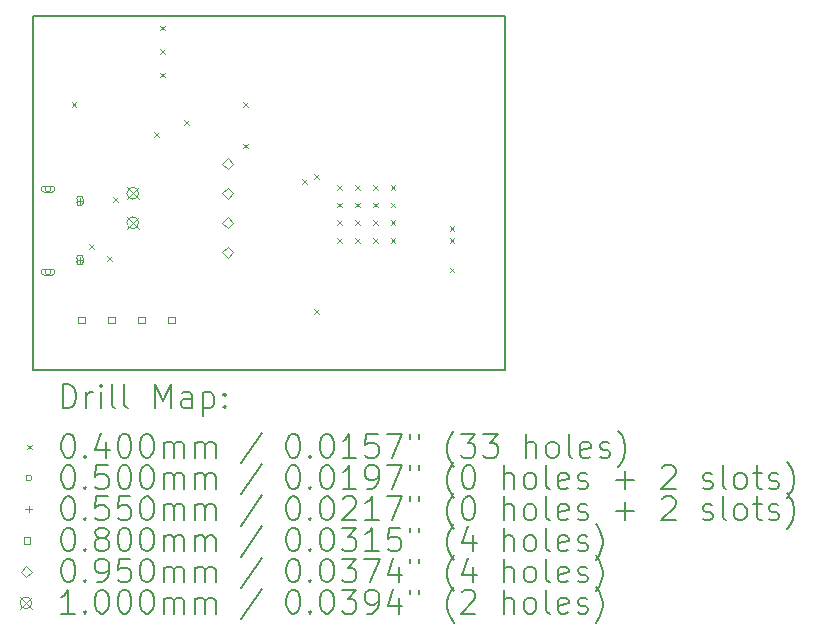
<source format=gbr>
%TF.GenerationSoftware,KiCad,Pcbnew,8.0.2*%
%TF.CreationDate,2024-05-26T22:22:25+02:00*%
%TF.ProjectId,ESP-Logger-HW,4553502d-4c6f-4676-9765-722d48572e6b,rev?*%
%TF.SameCoordinates,Original*%
%TF.FileFunction,Drillmap*%
%TF.FilePolarity,Positive*%
%FSLAX45Y45*%
G04 Gerber Fmt 4.5, Leading zero omitted, Abs format (unit mm)*
G04 Created by KiCad (PCBNEW 8.0.2) date 2024-05-26 22:22:25*
%MOMM*%
%LPD*%
G01*
G04 APERTURE LIST*
%ADD10C,0.150000*%
%ADD11C,0.200000*%
%ADD12C,0.100000*%
G04 APERTURE END LIST*
D10*
X2000000Y-5000000D02*
X2000000Y-2000000D01*
X2000000Y-2000000D02*
X6000000Y-2000000D01*
X6000000Y-2000000D02*
X6000000Y-5000000D01*
X6000000Y-5000000D02*
X2000000Y-5000000D01*
D11*
D12*
X2330000Y-2730000D02*
X2370000Y-2770000D01*
X2370000Y-2730000D02*
X2330000Y-2770000D01*
X2480000Y-3930000D02*
X2520000Y-3970000D01*
X2520000Y-3930000D02*
X2480000Y-3970000D01*
X2630000Y-4030000D02*
X2670000Y-4070000D01*
X2670000Y-4030000D02*
X2630000Y-4070000D01*
X2680000Y-3530000D02*
X2720000Y-3570000D01*
X2720000Y-3530000D02*
X2680000Y-3570000D01*
X3030000Y-2980000D02*
X3070000Y-3020000D01*
X3070000Y-2980000D02*
X3030000Y-3020000D01*
X3080000Y-2080000D02*
X3120000Y-2120000D01*
X3120000Y-2080000D02*
X3080000Y-2120000D01*
X3080000Y-2280000D02*
X3120000Y-2320000D01*
X3120000Y-2280000D02*
X3080000Y-2320000D01*
X3080000Y-2480000D02*
X3120000Y-2520000D01*
X3120000Y-2480000D02*
X3080000Y-2520000D01*
X3280000Y-2880000D02*
X3320000Y-2920000D01*
X3320000Y-2880000D02*
X3280000Y-2920000D01*
X3780000Y-2730000D02*
X3820000Y-2770000D01*
X3820000Y-2730000D02*
X3780000Y-2770000D01*
X3780000Y-3080000D02*
X3820000Y-3120000D01*
X3820000Y-3080000D02*
X3780000Y-3120000D01*
X4280000Y-3380000D02*
X4320000Y-3420000D01*
X4320000Y-3380000D02*
X4280000Y-3420000D01*
X4380000Y-3336500D02*
X4420000Y-3376500D01*
X4420000Y-3336500D02*
X4380000Y-3376500D01*
X4380000Y-4480000D02*
X4420000Y-4520000D01*
X4420000Y-4480000D02*
X4380000Y-4520000D01*
X4580000Y-3430000D02*
X4620000Y-3470000D01*
X4620000Y-3430000D02*
X4580000Y-3470000D01*
X4580000Y-3580000D02*
X4620000Y-3620000D01*
X4620000Y-3580000D02*
X4580000Y-3620000D01*
X4580000Y-3730000D02*
X4620000Y-3770000D01*
X4620000Y-3730000D02*
X4580000Y-3770000D01*
X4580000Y-3880000D02*
X4620000Y-3920000D01*
X4620000Y-3880000D02*
X4580000Y-3920000D01*
X4730000Y-3430000D02*
X4770000Y-3470000D01*
X4770000Y-3430000D02*
X4730000Y-3470000D01*
X4730000Y-3580000D02*
X4770000Y-3620000D01*
X4770000Y-3580000D02*
X4730000Y-3620000D01*
X4730000Y-3730000D02*
X4770000Y-3770000D01*
X4770000Y-3730000D02*
X4730000Y-3770000D01*
X4730000Y-3880000D02*
X4770000Y-3920000D01*
X4770000Y-3880000D02*
X4730000Y-3920000D01*
X4880000Y-3430000D02*
X4920000Y-3470000D01*
X4920000Y-3430000D02*
X4880000Y-3470000D01*
X4880000Y-3580000D02*
X4920000Y-3620000D01*
X4920000Y-3580000D02*
X4880000Y-3620000D01*
X4880000Y-3730000D02*
X4920000Y-3770000D01*
X4920000Y-3730000D02*
X4880000Y-3770000D01*
X4880000Y-3880000D02*
X4920000Y-3920000D01*
X4920000Y-3880000D02*
X4880000Y-3920000D01*
X5030000Y-3430000D02*
X5070000Y-3470000D01*
X5070000Y-3430000D02*
X5030000Y-3470000D01*
X5030000Y-3580000D02*
X5070000Y-3620000D01*
X5070000Y-3580000D02*
X5030000Y-3620000D01*
X5030000Y-3730000D02*
X5070000Y-3770000D01*
X5070000Y-3730000D02*
X5030000Y-3770000D01*
X5030000Y-3880000D02*
X5070000Y-3920000D01*
X5070000Y-3880000D02*
X5030000Y-3920000D01*
X5530000Y-3780000D02*
X5570000Y-3820000D01*
X5570000Y-3780000D02*
X5530000Y-3820000D01*
X5530000Y-3880000D02*
X5570000Y-3920000D01*
X5570000Y-3880000D02*
X5530000Y-3920000D01*
X5530000Y-4130000D02*
X5570000Y-4170000D01*
X5570000Y-4130000D02*
X5530000Y-4170000D01*
X2155000Y-3465000D02*
G75*
G02*
X2105000Y-3465000I-25000J0D01*
G01*
X2105000Y-3465000D02*
G75*
G02*
X2155000Y-3465000I25000J0D01*
G01*
X2097500Y-3490000D02*
X2162500Y-3490000D01*
X2162500Y-3440000D02*
G75*
G02*
X2162500Y-3490000I0J-25000D01*
G01*
X2162500Y-3440000D02*
X2097500Y-3440000D01*
X2097500Y-3440000D02*
G75*
G03*
X2097500Y-3490000I0J-25000D01*
G01*
X2155000Y-4165000D02*
G75*
G02*
X2105000Y-4165000I-25000J0D01*
G01*
X2105000Y-4165000D02*
G75*
G02*
X2155000Y-4165000I25000J0D01*
G01*
X2097500Y-4190000D02*
X2162500Y-4190000D01*
X2162500Y-4140000D02*
G75*
G02*
X2162500Y-4190000I0J-25000D01*
G01*
X2162500Y-4140000D02*
X2097500Y-4140000D01*
X2097500Y-4140000D02*
G75*
G03*
X2097500Y-4190000I0J-25000D01*
G01*
X2400000Y-3537500D02*
X2400000Y-3592500D01*
X2372500Y-3565000D02*
X2427500Y-3565000D01*
X2427500Y-3580000D02*
X2427500Y-3550000D01*
X2372500Y-3550000D02*
G75*
G02*
X2427500Y-3550000I27500J0D01*
G01*
X2372500Y-3550000D02*
X2372500Y-3580000D01*
X2372500Y-3580000D02*
G75*
G03*
X2427500Y-3580000I27500J0D01*
G01*
X2400000Y-4037500D02*
X2400000Y-4092500D01*
X2372500Y-4065000D02*
X2427500Y-4065000D01*
X2427500Y-4080000D02*
X2427500Y-4050000D01*
X2372500Y-4050000D02*
G75*
G02*
X2427500Y-4050000I27500J0D01*
G01*
X2372500Y-4050000D02*
X2372500Y-4080000D01*
X2372500Y-4080000D02*
G75*
G03*
X2427500Y-4080000I27500J0D01*
G01*
X2441285Y-4600285D02*
X2441285Y-4543716D01*
X2384716Y-4543716D01*
X2384716Y-4600285D01*
X2441285Y-4600285D01*
X2695285Y-4600285D02*
X2695285Y-4543716D01*
X2638716Y-4543716D01*
X2638716Y-4600285D01*
X2695285Y-4600285D01*
X2949284Y-4600285D02*
X2949284Y-4543716D01*
X2892715Y-4543716D01*
X2892715Y-4600285D01*
X2949284Y-4600285D01*
X3203284Y-4600285D02*
X3203284Y-4543716D01*
X3146715Y-4543716D01*
X3146715Y-4600285D01*
X3203284Y-4600285D01*
X3650000Y-3297500D02*
X3697500Y-3250000D01*
X3650000Y-3202500D01*
X3602500Y-3250000D01*
X3650000Y-3297500D01*
X3650000Y-3547500D02*
X3697500Y-3500000D01*
X3650000Y-3452500D01*
X3602500Y-3500000D01*
X3650000Y-3547500D01*
X3650000Y-3797500D02*
X3697500Y-3750000D01*
X3650000Y-3702500D01*
X3602500Y-3750000D01*
X3650000Y-3797500D01*
X3650000Y-4047500D02*
X3697500Y-4000000D01*
X3650000Y-3952500D01*
X3602500Y-4000000D01*
X3650000Y-4047500D01*
X2797500Y-3450000D02*
X2897500Y-3550000D01*
X2897500Y-3450000D02*
X2797500Y-3550000D01*
X2897500Y-3500000D02*
G75*
G02*
X2797500Y-3500000I-50000J0D01*
G01*
X2797500Y-3500000D02*
G75*
G02*
X2897500Y-3500000I50000J0D01*
G01*
X2797500Y-3700000D02*
X2897500Y-3800000D01*
X2897500Y-3700000D02*
X2797500Y-3800000D01*
X2897500Y-3750000D02*
G75*
G02*
X2797500Y-3750000I-50000J0D01*
G01*
X2797500Y-3750000D02*
G75*
G02*
X2897500Y-3750000I50000J0D01*
G01*
D11*
X2253277Y-5318984D02*
X2253277Y-5118984D01*
X2253277Y-5118984D02*
X2300896Y-5118984D01*
X2300896Y-5118984D02*
X2329467Y-5128508D01*
X2329467Y-5128508D02*
X2348515Y-5147555D01*
X2348515Y-5147555D02*
X2358039Y-5166603D01*
X2358039Y-5166603D02*
X2367563Y-5204698D01*
X2367563Y-5204698D02*
X2367563Y-5233270D01*
X2367563Y-5233270D02*
X2358039Y-5271365D01*
X2358039Y-5271365D02*
X2348515Y-5290412D01*
X2348515Y-5290412D02*
X2329467Y-5309460D01*
X2329467Y-5309460D02*
X2300896Y-5318984D01*
X2300896Y-5318984D02*
X2253277Y-5318984D01*
X2453277Y-5318984D02*
X2453277Y-5185650D01*
X2453277Y-5223746D02*
X2462801Y-5204698D01*
X2462801Y-5204698D02*
X2472324Y-5195174D01*
X2472324Y-5195174D02*
X2491372Y-5185650D01*
X2491372Y-5185650D02*
X2510420Y-5185650D01*
X2577086Y-5318984D02*
X2577086Y-5185650D01*
X2577086Y-5118984D02*
X2567563Y-5128508D01*
X2567563Y-5128508D02*
X2577086Y-5138031D01*
X2577086Y-5138031D02*
X2586610Y-5128508D01*
X2586610Y-5128508D02*
X2577086Y-5118984D01*
X2577086Y-5118984D02*
X2577086Y-5138031D01*
X2700896Y-5318984D02*
X2681848Y-5309460D01*
X2681848Y-5309460D02*
X2672324Y-5290412D01*
X2672324Y-5290412D02*
X2672324Y-5118984D01*
X2805658Y-5318984D02*
X2786610Y-5309460D01*
X2786610Y-5309460D02*
X2777086Y-5290412D01*
X2777086Y-5290412D02*
X2777086Y-5118984D01*
X3034229Y-5318984D02*
X3034229Y-5118984D01*
X3034229Y-5118984D02*
X3100896Y-5261841D01*
X3100896Y-5261841D02*
X3167562Y-5118984D01*
X3167562Y-5118984D02*
X3167562Y-5318984D01*
X3348515Y-5318984D02*
X3348515Y-5214222D01*
X3348515Y-5214222D02*
X3338991Y-5195174D01*
X3338991Y-5195174D02*
X3319943Y-5185650D01*
X3319943Y-5185650D02*
X3281848Y-5185650D01*
X3281848Y-5185650D02*
X3262801Y-5195174D01*
X3348515Y-5309460D02*
X3329467Y-5318984D01*
X3329467Y-5318984D02*
X3281848Y-5318984D01*
X3281848Y-5318984D02*
X3262801Y-5309460D01*
X3262801Y-5309460D02*
X3253277Y-5290412D01*
X3253277Y-5290412D02*
X3253277Y-5271365D01*
X3253277Y-5271365D02*
X3262801Y-5252317D01*
X3262801Y-5252317D02*
X3281848Y-5242793D01*
X3281848Y-5242793D02*
X3329467Y-5242793D01*
X3329467Y-5242793D02*
X3348515Y-5233270D01*
X3443753Y-5185650D02*
X3443753Y-5385650D01*
X3443753Y-5195174D02*
X3462801Y-5185650D01*
X3462801Y-5185650D02*
X3500896Y-5185650D01*
X3500896Y-5185650D02*
X3519943Y-5195174D01*
X3519943Y-5195174D02*
X3529467Y-5204698D01*
X3529467Y-5204698D02*
X3538991Y-5223746D01*
X3538991Y-5223746D02*
X3538991Y-5280889D01*
X3538991Y-5280889D02*
X3529467Y-5299936D01*
X3529467Y-5299936D02*
X3519943Y-5309460D01*
X3519943Y-5309460D02*
X3500896Y-5318984D01*
X3500896Y-5318984D02*
X3462801Y-5318984D01*
X3462801Y-5318984D02*
X3443753Y-5309460D01*
X3624705Y-5299936D02*
X3634229Y-5309460D01*
X3634229Y-5309460D02*
X3624705Y-5318984D01*
X3624705Y-5318984D02*
X3615182Y-5309460D01*
X3615182Y-5309460D02*
X3624705Y-5299936D01*
X3624705Y-5299936D02*
X3624705Y-5318984D01*
X3624705Y-5195174D02*
X3634229Y-5204698D01*
X3634229Y-5204698D02*
X3624705Y-5214222D01*
X3624705Y-5214222D02*
X3615182Y-5204698D01*
X3615182Y-5204698D02*
X3624705Y-5195174D01*
X3624705Y-5195174D02*
X3624705Y-5214222D01*
D12*
X1952500Y-5627500D02*
X1992500Y-5667500D01*
X1992500Y-5627500D02*
X1952500Y-5667500D01*
D11*
X2291372Y-5538984D02*
X2310420Y-5538984D01*
X2310420Y-5538984D02*
X2329467Y-5548508D01*
X2329467Y-5548508D02*
X2338991Y-5558031D01*
X2338991Y-5558031D02*
X2348515Y-5577079D01*
X2348515Y-5577079D02*
X2358039Y-5615174D01*
X2358039Y-5615174D02*
X2358039Y-5662793D01*
X2358039Y-5662793D02*
X2348515Y-5700888D01*
X2348515Y-5700888D02*
X2338991Y-5719936D01*
X2338991Y-5719936D02*
X2329467Y-5729460D01*
X2329467Y-5729460D02*
X2310420Y-5738984D01*
X2310420Y-5738984D02*
X2291372Y-5738984D01*
X2291372Y-5738984D02*
X2272324Y-5729460D01*
X2272324Y-5729460D02*
X2262801Y-5719936D01*
X2262801Y-5719936D02*
X2253277Y-5700888D01*
X2253277Y-5700888D02*
X2243753Y-5662793D01*
X2243753Y-5662793D02*
X2243753Y-5615174D01*
X2243753Y-5615174D02*
X2253277Y-5577079D01*
X2253277Y-5577079D02*
X2262801Y-5558031D01*
X2262801Y-5558031D02*
X2272324Y-5548508D01*
X2272324Y-5548508D02*
X2291372Y-5538984D01*
X2443753Y-5719936D02*
X2453277Y-5729460D01*
X2453277Y-5729460D02*
X2443753Y-5738984D01*
X2443753Y-5738984D02*
X2434229Y-5729460D01*
X2434229Y-5729460D02*
X2443753Y-5719936D01*
X2443753Y-5719936D02*
X2443753Y-5738984D01*
X2624705Y-5605650D02*
X2624705Y-5738984D01*
X2577086Y-5529460D02*
X2529467Y-5672317D01*
X2529467Y-5672317D02*
X2653277Y-5672317D01*
X2767563Y-5538984D02*
X2786610Y-5538984D01*
X2786610Y-5538984D02*
X2805658Y-5548508D01*
X2805658Y-5548508D02*
X2815182Y-5558031D01*
X2815182Y-5558031D02*
X2824705Y-5577079D01*
X2824705Y-5577079D02*
X2834229Y-5615174D01*
X2834229Y-5615174D02*
X2834229Y-5662793D01*
X2834229Y-5662793D02*
X2824705Y-5700888D01*
X2824705Y-5700888D02*
X2815182Y-5719936D01*
X2815182Y-5719936D02*
X2805658Y-5729460D01*
X2805658Y-5729460D02*
X2786610Y-5738984D01*
X2786610Y-5738984D02*
X2767563Y-5738984D01*
X2767563Y-5738984D02*
X2748515Y-5729460D01*
X2748515Y-5729460D02*
X2738991Y-5719936D01*
X2738991Y-5719936D02*
X2729467Y-5700888D01*
X2729467Y-5700888D02*
X2719944Y-5662793D01*
X2719944Y-5662793D02*
X2719944Y-5615174D01*
X2719944Y-5615174D02*
X2729467Y-5577079D01*
X2729467Y-5577079D02*
X2738991Y-5558031D01*
X2738991Y-5558031D02*
X2748515Y-5548508D01*
X2748515Y-5548508D02*
X2767563Y-5538984D01*
X2958039Y-5538984D02*
X2977086Y-5538984D01*
X2977086Y-5538984D02*
X2996134Y-5548508D01*
X2996134Y-5548508D02*
X3005658Y-5558031D01*
X3005658Y-5558031D02*
X3015182Y-5577079D01*
X3015182Y-5577079D02*
X3024705Y-5615174D01*
X3024705Y-5615174D02*
X3024705Y-5662793D01*
X3024705Y-5662793D02*
X3015182Y-5700888D01*
X3015182Y-5700888D02*
X3005658Y-5719936D01*
X3005658Y-5719936D02*
X2996134Y-5729460D01*
X2996134Y-5729460D02*
X2977086Y-5738984D01*
X2977086Y-5738984D02*
X2958039Y-5738984D01*
X2958039Y-5738984D02*
X2938991Y-5729460D01*
X2938991Y-5729460D02*
X2929467Y-5719936D01*
X2929467Y-5719936D02*
X2919943Y-5700888D01*
X2919943Y-5700888D02*
X2910420Y-5662793D01*
X2910420Y-5662793D02*
X2910420Y-5615174D01*
X2910420Y-5615174D02*
X2919943Y-5577079D01*
X2919943Y-5577079D02*
X2929467Y-5558031D01*
X2929467Y-5558031D02*
X2938991Y-5548508D01*
X2938991Y-5548508D02*
X2958039Y-5538984D01*
X3110420Y-5738984D02*
X3110420Y-5605650D01*
X3110420Y-5624698D02*
X3119943Y-5615174D01*
X3119943Y-5615174D02*
X3138991Y-5605650D01*
X3138991Y-5605650D02*
X3167563Y-5605650D01*
X3167563Y-5605650D02*
X3186610Y-5615174D01*
X3186610Y-5615174D02*
X3196134Y-5634222D01*
X3196134Y-5634222D02*
X3196134Y-5738984D01*
X3196134Y-5634222D02*
X3205658Y-5615174D01*
X3205658Y-5615174D02*
X3224705Y-5605650D01*
X3224705Y-5605650D02*
X3253277Y-5605650D01*
X3253277Y-5605650D02*
X3272324Y-5615174D01*
X3272324Y-5615174D02*
X3281848Y-5634222D01*
X3281848Y-5634222D02*
X3281848Y-5738984D01*
X3377086Y-5738984D02*
X3377086Y-5605650D01*
X3377086Y-5624698D02*
X3386610Y-5615174D01*
X3386610Y-5615174D02*
X3405658Y-5605650D01*
X3405658Y-5605650D02*
X3434229Y-5605650D01*
X3434229Y-5605650D02*
X3453277Y-5615174D01*
X3453277Y-5615174D02*
X3462801Y-5634222D01*
X3462801Y-5634222D02*
X3462801Y-5738984D01*
X3462801Y-5634222D02*
X3472324Y-5615174D01*
X3472324Y-5615174D02*
X3491372Y-5605650D01*
X3491372Y-5605650D02*
X3519943Y-5605650D01*
X3519943Y-5605650D02*
X3538991Y-5615174D01*
X3538991Y-5615174D02*
X3548515Y-5634222D01*
X3548515Y-5634222D02*
X3548515Y-5738984D01*
X3938991Y-5529460D02*
X3767563Y-5786603D01*
X4196134Y-5538984D02*
X4215182Y-5538984D01*
X4215182Y-5538984D02*
X4234229Y-5548508D01*
X4234229Y-5548508D02*
X4243753Y-5558031D01*
X4243753Y-5558031D02*
X4253277Y-5577079D01*
X4253277Y-5577079D02*
X4262801Y-5615174D01*
X4262801Y-5615174D02*
X4262801Y-5662793D01*
X4262801Y-5662793D02*
X4253277Y-5700888D01*
X4253277Y-5700888D02*
X4243753Y-5719936D01*
X4243753Y-5719936D02*
X4234229Y-5729460D01*
X4234229Y-5729460D02*
X4215182Y-5738984D01*
X4215182Y-5738984D02*
X4196134Y-5738984D01*
X4196134Y-5738984D02*
X4177086Y-5729460D01*
X4177086Y-5729460D02*
X4167563Y-5719936D01*
X4167563Y-5719936D02*
X4158039Y-5700888D01*
X4158039Y-5700888D02*
X4148515Y-5662793D01*
X4148515Y-5662793D02*
X4148515Y-5615174D01*
X4148515Y-5615174D02*
X4158039Y-5577079D01*
X4158039Y-5577079D02*
X4167563Y-5558031D01*
X4167563Y-5558031D02*
X4177086Y-5548508D01*
X4177086Y-5548508D02*
X4196134Y-5538984D01*
X4348515Y-5719936D02*
X4358039Y-5729460D01*
X4358039Y-5729460D02*
X4348515Y-5738984D01*
X4348515Y-5738984D02*
X4338991Y-5729460D01*
X4338991Y-5729460D02*
X4348515Y-5719936D01*
X4348515Y-5719936D02*
X4348515Y-5738984D01*
X4481848Y-5538984D02*
X4500896Y-5538984D01*
X4500896Y-5538984D02*
X4519944Y-5548508D01*
X4519944Y-5548508D02*
X4529468Y-5558031D01*
X4529468Y-5558031D02*
X4538991Y-5577079D01*
X4538991Y-5577079D02*
X4548515Y-5615174D01*
X4548515Y-5615174D02*
X4548515Y-5662793D01*
X4548515Y-5662793D02*
X4538991Y-5700888D01*
X4538991Y-5700888D02*
X4529468Y-5719936D01*
X4529468Y-5719936D02*
X4519944Y-5729460D01*
X4519944Y-5729460D02*
X4500896Y-5738984D01*
X4500896Y-5738984D02*
X4481848Y-5738984D01*
X4481848Y-5738984D02*
X4462801Y-5729460D01*
X4462801Y-5729460D02*
X4453277Y-5719936D01*
X4453277Y-5719936D02*
X4443753Y-5700888D01*
X4443753Y-5700888D02*
X4434229Y-5662793D01*
X4434229Y-5662793D02*
X4434229Y-5615174D01*
X4434229Y-5615174D02*
X4443753Y-5577079D01*
X4443753Y-5577079D02*
X4453277Y-5558031D01*
X4453277Y-5558031D02*
X4462801Y-5548508D01*
X4462801Y-5548508D02*
X4481848Y-5538984D01*
X4738991Y-5738984D02*
X4624706Y-5738984D01*
X4681848Y-5738984D02*
X4681848Y-5538984D01*
X4681848Y-5538984D02*
X4662801Y-5567555D01*
X4662801Y-5567555D02*
X4643753Y-5586603D01*
X4643753Y-5586603D02*
X4624706Y-5596127D01*
X4919944Y-5538984D02*
X4824706Y-5538984D01*
X4824706Y-5538984D02*
X4815182Y-5634222D01*
X4815182Y-5634222D02*
X4824706Y-5624698D01*
X4824706Y-5624698D02*
X4843753Y-5615174D01*
X4843753Y-5615174D02*
X4891372Y-5615174D01*
X4891372Y-5615174D02*
X4910420Y-5624698D01*
X4910420Y-5624698D02*
X4919944Y-5634222D01*
X4919944Y-5634222D02*
X4929468Y-5653269D01*
X4929468Y-5653269D02*
X4929468Y-5700888D01*
X4929468Y-5700888D02*
X4919944Y-5719936D01*
X4919944Y-5719936D02*
X4910420Y-5729460D01*
X4910420Y-5729460D02*
X4891372Y-5738984D01*
X4891372Y-5738984D02*
X4843753Y-5738984D01*
X4843753Y-5738984D02*
X4824706Y-5729460D01*
X4824706Y-5729460D02*
X4815182Y-5719936D01*
X4996134Y-5538984D02*
X5129468Y-5538984D01*
X5129468Y-5538984D02*
X5043753Y-5738984D01*
X5196134Y-5538984D02*
X5196134Y-5577079D01*
X5272325Y-5538984D02*
X5272325Y-5577079D01*
X5567563Y-5815174D02*
X5558039Y-5805650D01*
X5558039Y-5805650D02*
X5538991Y-5777079D01*
X5538991Y-5777079D02*
X5529468Y-5758031D01*
X5529468Y-5758031D02*
X5519944Y-5729460D01*
X5519944Y-5729460D02*
X5510420Y-5681841D01*
X5510420Y-5681841D02*
X5510420Y-5643746D01*
X5510420Y-5643746D02*
X5519944Y-5596127D01*
X5519944Y-5596127D02*
X5529468Y-5567555D01*
X5529468Y-5567555D02*
X5538991Y-5548508D01*
X5538991Y-5548508D02*
X5558039Y-5519936D01*
X5558039Y-5519936D02*
X5567563Y-5510412D01*
X5624706Y-5538984D02*
X5748515Y-5538984D01*
X5748515Y-5538984D02*
X5681848Y-5615174D01*
X5681848Y-5615174D02*
X5710420Y-5615174D01*
X5710420Y-5615174D02*
X5729468Y-5624698D01*
X5729468Y-5624698D02*
X5738991Y-5634222D01*
X5738991Y-5634222D02*
X5748515Y-5653269D01*
X5748515Y-5653269D02*
X5748515Y-5700888D01*
X5748515Y-5700888D02*
X5738991Y-5719936D01*
X5738991Y-5719936D02*
X5729468Y-5729460D01*
X5729468Y-5729460D02*
X5710420Y-5738984D01*
X5710420Y-5738984D02*
X5653277Y-5738984D01*
X5653277Y-5738984D02*
X5634229Y-5729460D01*
X5634229Y-5729460D02*
X5624706Y-5719936D01*
X5815182Y-5538984D02*
X5938991Y-5538984D01*
X5938991Y-5538984D02*
X5872325Y-5615174D01*
X5872325Y-5615174D02*
X5900896Y-5615174D01*
X5900896Y-5615174D02*
X5919944Y-5624698D01*
X5919944Y-5624698D02*
X5929468Y-5634222D01*
X5929468Y-5634222D02*
X5938991Y-5653269D01*
X5938991Y-5653269D02*
X5938991Y-5700888D01*
X5938991Y-5700888D02*
X5929468Y-5719936D01*
X5929468Y-5719936D02*
X5919944Y-5729460D01*
X5919944Y-5729460D02*
X5900896Y-5738984D01*
X5900896Y-5738984D02*
X5843753Y-5738984D01*
X5843753Y-5738984D02*
X5824706Y-5729460D01*
X5824706Y-5729460D02*
X5815182Y-5719936D01*
X6177087Y-5738984D02*
X6177087Y-5538984D01*
X6262801Y-5738984D02*
X6262801Y-5634222D01*
X6262801Y-5634222D02*
X6253277Y-5615174D01*
X6253277Y-5615174D02*
X6234230Y-5605650D01*
X6234230Y-5605650D02*
X6205658Y-5605650D01*
X6205658Y-5605650D02*
X6186610Y-5615174D01*
X6186610Y-5615174D02*
X6177087Y-5624698D01*
X6386610Y-5738984D02*
X6367563Y-5729460D01*
X6367563Y-5729460D02*
X6358039Y-5719936D01*
X6358039Y-5719936D02*
X6348515Y-5700888D01*
X6348515Y-5700888D02*
X6348515Y-5643746D01*
X6348515Y-5643746D02*
X6358039Y-5624698D01*
X6358039Y-5624698D02*
X6367563Y-5615174D01*
X6367563Y-5615174D02*
X6386610Y-5605650D01*
X6386610Y-5605650D02*
X6415182Y-5605650D01*
X6415182Y-5605650D02*
X6434230Y-5615174D01*
X6434230Y-5615174D02*
X6443753Y-5624698D01*
X6443753Y-5624698D02*
X6453277Y-5643746D01*
X6453277Y-5643746D02*
X6453277Y-5700888D01*
X6453277Y-5700888D02*
X6443753Y-5719936D01*
X6443753Y-5719936D02*
X6434230Y-5729460D01*
X6434230Y-5729460D02*
X6415182Y-5738984D01*
X6415182Y-5738984D02*
X6386610Y-5738984D01*
X6567563Y-5738984D02*
X6548515Y-5729460D01*
X6548515Y-5729460D02*
X6538991Y-5710412D01*
X6538991Y-5710412D02*
X6538991Y-5538984D01*
X6719944Y-5729460D02*
X6700896Y-5738984D01*
X6700896Y-5738984D02*
X6662801Y-5738984D01*
X6662801Y-5738984D02*
X6643753Y-5729460D01*
X6643753Y-5729460D02*
X6634230Y-5710412D01*
X6634230Y-5710412D02*
X6634230Y-5634222D01*
X6634230Y-5634222D02*
X6643753Y-5615174D01*
X6643753Y-5615174D02*
X6662801Y-5605650D01*
X6662801Y-5605650D02*
X6700896Y-5605650D01*
X6700896Y-5605650D02*
X6719944Y-5615174D01*
X6719944Y-5615174D02*
X6729468Y-5634222D01*
X6729468Y-5634222D02*
X6729468Y-5653269D01*
X6729468Y-5653269D02*
X6634230Y-5672317D01*
X6805658Y-5729460D02*
X6824706Y-5738984D01*
X6824706Y-5738984D02*
X6862801Y-5738984D01*
X6862801Y-5738984D02*
X6881849Y-5729460D01*
X6881849Y-5729460D02*
X6891372Y-5710412D01*
X6891372Y-5710412D02*
X6891372Y-5700888D01*
X6891372Y-5700888D02*
X6881849Y-5681841D01*
X6881849Y-5681841D02*
X6862801Y-5672317D01*
X6862801Y-5672317D02*
X6834230Y-5672317D01*
X6834230Y-5672317D02*
X6815182Y-5662793D01*
X6815182Y-5662793D02*
X6805658Y-5643746D01*
X6805658Y-5643746D02*
X6805658Y-5634222D01*
X6805658Y-5634222D02*
X6815182Y-5615174D01*
X6815182Y-5615174D02*
X6834230Y-5605650D01*
X6834230Y-5605650D02*
X6862801Y-5605650D01*
X6862801Y-5605650D02*
X6881849Y-5615174D01*
X6958039Y-5815174D02*
X6967563Y-5805650D01*
X6967563Y-5805650D02*
X6986611Y-5777079D01*
X6986611Y-5777079D02*
X6996134Y-5758031D01*
X6996134Y-5758031D02*
X7005658Y-5729460D01*
X7005658Y-5729460D02*
X7015182Y-5681841D01*
X7015182Y-5681841D02*
X7015182Y-5643746D01*
X7015182Y-5643746D02*
X7005658Y-5596127D01*
X7005658Y-5596127D02*
X6996134Y-5567555D01*
X6996134Y-5567555D02*
X6986611Y-5548508D01*
X6986611Y-5548508D02*
X6967563Y-5519936D01*
X6967563Y-5519936D02*
X6958039Y-5510412D01*
D12*
X1992500Y-5911500D02*
G75*
G02*
X1942500Y-5911500I-25000J0D01*
G01*
X1942500Y-5911500D02*
G75*
G02*
X1992500Y-5911500I25000J0D01*
G01*
D11*
X2291372Y-5802984D02*
X2310420Y-5802984D01*
X2310420Y-5802984D02*
X2329467Y-5812508D01*
X2329467Y-5812508D02*
X2338991Y-5822031D01*
X2338991Y-5822031D02*
X2348515Y-5841079D01*
X2348515Y-5841079D02*
X2358039Y-5879174D01*
X2358039Y-5879174D02*
X2358039Y-5926793D01*
X2358039Y-5926793D02*
X2348515Y-5964888D01*
X2348515Y-5964888D02*
X2338991Y-5983936D01*
X2338991Y-5983936D02*
X2329467Y-5993460D01*
X2329467Y-5993460D02*
X2310420Y-6002984D01*
X2310420Y-6002984D02*
X2291372Y-6002984D01*
X2291372Y-6002984D02*
X2272324Y-5993460D01*
X2272324Y-5993460D02*
X2262801Y-5983936D01*
X2262801Y-5983936D02*
X2253277Y-5964888D01*
X2253277Y-5964888D02*
X2243753Y-5926793D01*
X2243753Y-5926793D02*
X2243753Y-5879174D01*
X2243753Y-5879174D02*
X2253277Y-5841079D01*
X2253277Y-5841079D02*
X2262801Y-5822031D01*
X2262801Y-5822031D02*
X2272324Y-5812508D01*
X2272324Y-5812508D02*
X2291372Y-5802984D01*
X2443753Y-5983936D02*
X2453277Y-5993460D01*
X2453277Y-5993460D02*
X2443753Y-6002984D01*
X2443753Y-6002984D02*
X2434229Y-5993460D01*
X2434229Y-5993460D02*
X2443753Y-5983936D01*
X2443753Y-5983936D02*
X2443753Y-6002984D01*
X2634229Y-5802984D02*
X2538991Y-5802984D01*
X2538991Y-5802984D02*
X2529467Y-5898222D01*
X2529467Y-5898222D02*
X2538991Y-5888698D01*
X2538991Y-5888698D02*
X2558039Y-5879174D01*
X2558039Y-5879174D02*
X2605658Y-5879174D01*
X2605658Y-5879174D02*
X2624705Y-5888698D01*
X2624705Y-5888698D02*
X2634229Y-5898222D01*
X2634229Y-5898222D02*
X2643753Y-5917269D01*
X2643753Y-5917269D02*
X2643753Y-5964888D01*
X2643753Y-5964888D02*
X2634229Y-5983936D01*
X2634229Y-5983936D02*
X2624705Y-5993460D01*
X2624705Y-5993460D02*
X2605658Y-6002984D01*
X2605658Y-6002984D02*
X2558039Y-6002984D01*
X2558039Y-6002984D02*
X2538991Y-5993460D01*
X2538991Y-5993460D02*
X2529467Y-5983936D01*
X2767563Y-5802984D02*
X2786610Y-5802984D01*
X2786610Y-5802984D02*
X2805658Y-5812508D01*
X2805658Y-5812508D02*
X2815182Y-5822031D01*
X2815182Y-5822031D02*
X2824705Y-5841079D01*
X2824705Y-5841079D02*
X2834229Y-5879174D01*
X2834229Y-5879174D02*
X2834229Y-5926793D01*
X2834229Y-5926793D02*
X2824705Y-5964888D01*
X2824705Y-5964888D02*
X2815182Y-5983936D01*
X2815182Y-5983936D02*
X2805658Y-5993460D01*
X2805658Y-5993460D02*
X2786610Y-6002984D01*
X2786610Y-6002984D02*
X2767563Y-6002984D01*
X2767563Y-6002984D02*
X2748515Y-5993460D01*
X2748515Y-5993460D02*
X2738991Y-5983936D01*
X2738991Y-5983936D02*
X2729467Y-5964888D01*
X2729467Y-5964888D02*
X2719944Y-5926793D01*
X2719944Y-5926793D02*
X2719944Y-5879174D01*
X2719944Y-5879174D02*
X2729467Y-5841079D01*
X2729467Y-5841079D02*
X2738991Y-5822031D01*
X2738991Y-5822031D02*
X2748515Y-5812508D01*
X2748515Y-5812508D02*
X2767563Y-5802984D01*
X2958039Y-5802984D02*
X2977086Y-5802984D01*
X2977086Y-5802984D02*
X2996134Y-5812508D01*
X2996134Y-5812508D02*
X3005658Y-5822031D01*
X3005658Y-5822031D02*
X3015182Y-5841079D01*
X3015182Y-5841079D02*
X3024705Y-5879174D01*
X3024705Y-5879174D02*
X3024705Y-5926793D01*
X3024705Y-5926793D02*
X3015182Y-5964888D01*
X3015182Y-5964888D02*
X3005658Y-5983936D01*
X3005658Y-5983936D02*
X2996134Y-5993460D01*
X2996134Y-5993460D02*
X2977086Y-6002984D01*
X2977086Y-6002984D02*
X2958039Y-6002984D01*
X2958039Y-6002984D02*
X2938991Y-5993460D01*
X2938991Y-5993460D02*
X2929467Y-5983936D01*
X2929467Y-5983936D02*
X2919943Y-5964888D01*
X2919943Y-5964888D02*
X2910420Y-5926793D01*
X2910420Y-5926793D02*
X2910420Y-5879174D01*
X2910420Y-5879174D02*
X2919943Y-5841079D01*
X2919943Y-5841079D02*
X2929467Y-5822031D01*
X2929467Y-5822031D02*
X2938991Y-5812508D01*
X2938991Y-5812508D02*
X2958039Y-5802984D01*
X3110420Y-6002984D02*
X3110420Y-5869650D01*
X3110420Y-5888698D02*
X3119943Y-5879174D01*
X3119943Y-5879174D02*
X3138991Y-5869650D01*
X3138991Y-5869650D02*
X3167563Y-5869650D01*
X3167563Y-5869650D02*
X3186610Y-5879174D01*
X3186610Y-5879174D02*
X3196134Y-5898222D01*
X3196134Y-5898222D02*
X3196134Y-6002984D01*
X3196134Y-5898222D02*
X3205658Y-5879174D01*
X3205658Y-5879174D02*
X3224705Y-5869650D01*
X3224705Y-5869650D02*
X3253277Y-5869650D01*
X3253277Y-5869650D02*
X3272324Y-5879174D01*
X3272324Y-5879174D02*
X3281848Y-5898222D01*
X3281848Y-5898222D02*
X3281848Y-6002984D01*
X3377086Y-6002984D02*
X3377086Y-5869650D01*
X3377086Y-5888698D02*
X3386610Y-5879174D01*
X3386610Y-5879174D02*
X3405658Y-5869650D01*
X3405658Y-5869650D02*
X3434229Y-5869650D01*
X3434229Y-5869650D02*
X3453277Y-5879174D01*
X3453277Y-5879174D02*
X3462801Y-5898222D01*
X3462801Y-5898222D02*
X3462801Y-6002984D01*
X3462801Y-5898222D02*
X3472324Y-5879174D01*
X3472324Y-5879174D02*
X3491372Y-5869650D01*
X3491372Y-5869650D02*
X3519943Y-5869650D01*
X3519943Y-5869650D02*
X3538991Y-5879174D01*
X3538991Y-5879174D02*
X3548515Y-5898222D01*
X3548515Y-5898222D02*
X3548515Y-6002984D01*
X3938991Y-5793460D02*
X3767563Y-6050603D01*
X4196134Y-5802984D02*
X4215182Y-5802984D01*
X4215182Y-5802984D02*
X4234229Y-5812508D01*
X4234229Y-5812508D02*
X4243753Y-5822031D01*
X4243753Y-5822031D02*
X4253277Y-5841079D01*
X4253277Y-5841079D02*
X4262801Y-5879174D01*
X4262801Y-5879174D02*
X4262801Y-5926793D01*
X4262801Y-5926793D02*
X4253277Y-5964888D01*
X4253277Y-5964888D02*
X4243753Y-5983936D01*
X4243753Y-5983936D02*
X4234229Y-5993460D01*
X4234229Y-5993460D02*
X4215182Y-6002984D01*
X4215182Y-6002984D02*
X4196134Y-6002984D01*
X4196134Y-6002984D02*
X4177086Y-5993460D01*
X4177086Y-5993460D02*
X4167563Y-5983936D01*
X4167563Y-5983936D02*
X4158039Y-5964888D01*
X4158039Y-5964888D02*
X4148515Y-5926793D01*
X4148515Y-5926793D02*
X4148515Y-5879174D01*
X4148515Y-5879174D02*
X4158039Y-5841079D01*
X4158039Y-5841079D02*
X4167563Y-5822031D01*
X4167563Y-5822031D02*
X4177086Y-5812508D01*
X4177086Y-5812508D02*
X4196134Y-5802984D01*
X4348515Y-5983936D02*
X4358039Y-5993460D01*
X4358039Y-5993460D02*
X4348515Y-6002984D01*
X4348515Y-6002984D02*
X4338991Y-5993460D01*
X4338991Y-5993460D02*
X4348515Y-5983936D01*
X4348515Y-5983936D02*
X4348515Y-6002984D01*
X4481848Y-5802984D02*
X4500896Y-5802984D01*
X4500896Y-5802984D02*
X4519944Y-5812508D01*
X4519944Y-5812508D02*
X4529468Y-5822031D01*
X4529468Y-5822031D02*
X4538991Y-5841079D01*
X4538991Y-5841079D02*
X4548515Y-5879174D01*
X4548515Y-5879174D02*
X4548515Y-5926793D01*
X4548515Y-5926793D02*
X4538991Y-5964888D01*
X4538991Y-5964888D02*
X4529468Y-5983936D01*
X4529468Y-5983936D02*
X4519944Y-5993460D01*
X4519944Y-5993460D02*
X4500896Y-6002984D01*
X4500896Y-6002984D02*
X4481848Y-6002984D01*
X4481848Y-6002984D02*
X4462801Y-5993460D01*
X4462801Y-5993460D02*
X4453277Y-5983936D01*
X4453277Y-5983936D02*
X4443753Y-5964888D01*
X4443753Y-5964888D02*
X4434229Y-5926793D01*
X4434229Y-5926793D02*
X4434229Y-5879174D01*
X4434229Y-5879174D02*
X4443753Y-5841079D01*
X4443753Y-5841079D02*
X4453277Y-5822031D01*
X4453277Y-5822031D02*
X4462801Y-5812508D01*
X4462801Y-5812508D02*
X4481848Y-5802984D01*
X4738991Y-6002984D02*
X4624706Y-6002984D01*
X4681848Y-6002984D02*
X4681848Y-5802984D01*
X4681848Y-5802984D02*
X4662801Y-5831555D01*
X4662801Y-5831555D02*
X4643753Y-5850603D01*
X4643753Y-5850603D02*
X4624706Y-5860127D01*
X4834229Y-6002984D02*
X4872325Y-6002984D01*
X4872325Y-6002984D02*
X4891372Y-5993460D01*
X4891372Y-5993460D02*
X4900896Y-5983936D01*
X4900896Y-5983936D02*
X4919944Y-5955365D01*
X4919944Y-5955365D02*
X4929468Y-5917269D01*
X4929468Y-5917269D02*
X4929468Y-5841079D01*
X4929468Y-5841079D02*
X4919944Y-5822031D01*
X4919944Y-5822031D02*
X4910420Y-5812508D01*
X4910420Y-5812508D02*
X4891372Y-5802984D01*
X4891372Y-5802984D02*
X4853277Y-5802984D01*
X4853277Y-5802984D02*
X4834229Y-5812508D01*
X4834229Y-5812508D02*
X4824706Y-5822031D01*
X4824706Y-5822031D02*
X4815182Y-5841079D01*
X4815182Y-5841079D02*
X4815182Y-5888698D01*
X4815182Y-5888698D02*
X4824706Y-5907746D01*
X4824706Y-5907746D02*
X4834229Y-5917269D01*
X4834229Y-5917269D02*
X4853277Y-5926793D01*
X4853277Y-5926793D02*
X4891372Y-5926793D01*
X4891372Y-5926793D02*
X4910420Y-5917269D01*
X4910420Y-5917269D02*
X4919944Y-5907746D01*
X4919944Y-5907746D02*
X4929468Y-5888698D01*
X4996134Y-5802984D02*
X5129468Y-5802984D01*
X5129468Y-5802984D02*
X5043753Y-6002984D01*
X5196134Y-5802984D02*
X5196134Y-5841079D01*
X5272325Y-5802984D02*
X5272325Y-5841079D01*
X5567563Y-6079174D02*
X5558039Y-6069650D01*
X5558039Y-6069650D02*
X5538991Y-6041079D01*
X5538991Y-6041079D02*
X5529468Y-6022031D01*
X5529468Y-6022031D02*
X5519944Y-5993460D01*
X5519944Y-5993460D02*
X5510420Y-5945841D01*
X5510420Y-5945841D02*
X5510420Y-5907746D01*
X5510420Y-5907746D02*
X5519944Y-5860127D01*
X5519944Y-5860127D02*
X5529468Y-5831555D01*
X5529468Y-5831555D02*
X5538991Y-5812508D01*
X5538991Y-5812508D02*
X5558039Y-5783936D01*
X5558039Y-5783936D02*
X5567563Y-5774412D01*
X5681848Y-5802984D02*
X5700896Y-5802984D01*
X5700896Y-5802984D02*
X5719944Y-5812508D01*
X5719944Y-5812508D02*
X5729468Y-5822031D01*
X5729468Y-5822031D02*
X5738991Y-5841079D01*
X5738991Y-5841079D02*
X5748515Y-5879174D01*
X5748515Y-5879174D02*
X5748515Y-5926793D01*
X5748515Y-5926793D02*
X5738991Y-5964888D01*
X5738991Y-5964888D02*
X5729468Y-5983936D01*
X5729468Y-5983936D02*
X5719944Y-5993460D01*
X5719944Y-5993460D02*
X5700896Y-6002984D01*
X5700896Y-6002984D02*
X5681848Y-6002984D01*
X5681848Y-6002984D02*
X5662801Y-5993460D01*
X5662801Y-5993460D02*
X5653277Y-5983936D01*
X5653277Y-5983936D02*
X5643753Y-5964888D01*
X5643753Y-5964888D02*
X5634229Y-5926793D01*
X5634229Y-5926793D02*
X5634229Y-5879174D01*
X5634229Y-5879174D02*
X5643753Y-5841079D01*
X5643753Y-5841079D02*
X5653277Y-5822031D01*
X5653277Y-5822031D02*
X5662801Y-5812508D01*
X5662801Y-5812508D02*
X5681848Y-5802984D01*
X5986610Y-6002984D02*
X5986610Y-5802984D01*
X6072325Y-6002984D02*
X6072325Y-5898222D01*
X6072325Y-5898222D02*
X6062801Y-5879174D01*
X6062801Y-5879174D02*
X6043753Y-5869650D01*
X6043753Y-5869650D02*
X6015182Y-5869650D01*
X6015182Y-5869650D02*
X5996134Y-5879174D01*
X5996134Y-5879174D02*
X5986610Y-5888698D01*
X6196134Y-6002984D02*
X6177087Y-5993460D01*
X6177087Y-5993460D02*
X6167563Y-5983936D01*
X6167563Y-5983936D02*
X6158039Y-5964888D01*
X6158039Y-5964888D02*
X6158039Y-5907746D01*
X6158039Y-5907746D02*
X6167563Y-5888698D01*
X6167563Y-5888698D02*
X6177087Y-5879174D01*
X6177087Y-5879174D02*
X6196134Y-5869650D01*
X6196134Y-5869650D02*
X6224706Y-5869650D01*
X6224706Y-5869650D02*
X6243753Y-5879174D01*
X6243753Y-5879174D02*
X6253277Y-5888698D01*
X6253277Y-5888698D02*
X6262801Y-5907746D01*
X6262801Y-5907746D02*
X6262801Y-5964888D01*
X6262801Y-5964888D02*
X6253277Y-5983936D01*
X6253277Y-5983936D02*
X6243753Y-5993460D01*
X6243753Y-5993460D02*
X6224706Y-6002984D01*
X6224706Y-6002984D02*
X6196134Y-6002984D01*
X6377087Y-6002984D02*
X6358039Y-5993460D01*
X6358039Y-5993460D02*
X6348515Y-5974412D01*
X6348515Y-5974412D02*
X6348515Y-5802984D01*
X6529468Y-5993460D02*
X6510420Y-6002984D01*
X6510420Y-6002984D02*
X6472325Y-6002984D01*
X6472325Y-6002984D02*
X6453277Y-5993460D01*
X6453277Y-5993460D02*
X6443753Y-5974412D01*
X6443753Y-5974412D02*
X6443753Y-5898222D01*
X6443753Y-5898222D02*
X6453277Y-5879174D01*
X6453277Y-5879174D02*
X6472325Y-5869650D01*
X6472325Y-5869650D02*
X6510420Y-5869650D01*
X6510420Y-5869650D02*
X6529468Y-5879174D01*
X6529468Y-5879174D02*
X6538991Y-5898222D01*
X6538991Y-5898222D02*
X6538991Y-5917269D01*
X6538991Y-5917269D02*
X6443753Y-5936317D01*
X6615182Y-5993460D02*
X6634230Y-6002984D01*
X6634230Y-6002984D02*
X6672325Y-6002984D01*
X6672325Y-6002984D02*
X6691372Y-5993460D01*
X6691372Y-5993460D02*
X6700896Y-5974412D01*
X6700896Y-5974412D02*
X6700896Y-5964888D01*
X6700896Y-5964888D02*
X6691372Y-5945841D01*
X6691372Y-5945841D02*
X6672325Y-5936317D01*
X6672325Y-5936317D02*
X6643753Y-5936317D01*
X6643753Y-5936317D02*
X6624706Y-5926793D01*
X6624706Y-5926793D02*
X6615182Y-5907746D01*
X6615182Y-5907746D02*
X6615182Y-5898222D01*
X6615182Y-5898222D02*
X6624706Y-5879174D01*
X6624706Y-5879174D02*
X6643753Y-5869650D01*
X6643753Y-5869650D02*
X6672325Y-5869650D01*
X6672325Y-5869650D02*
X6691372Y-5879174D01*
X6938992Y-5926793D02*
X7091373Y-5926793D01*
X7015182Y-6002984D02*
X7015182Y-5850603D01*
X7329468Y-5822031D02*
X7338992Y-5812508D01*
X7338992Y-5812508D02*
X7358039Y-5802984D01*
X7358039Y-5802984D02*
X7405658Y-5802984D01*
X7405658Y-5802984D02*
X7424706Y-5812508D01*
X7424706Y-5812508D02*
X7434230Y-5822031D01*
X7434230Y-5822031D02*
X7443753Y-5841079D01*
X7443753Y-5841079D02*
X7443753Y-5860127D01*
X7443753Y-5860127D02*
X7434230Y-5888698D01*
X7434230Y-5888698D02*
X7319944Y-6002984D01*
X7319944Y-6002984D02*
X7443753Y-6002984D01*
X7672325Y-5993460D02*
X7691373Y-6002984D01*
X7691373Y-6002984D02*
X7729468Y-6002984D01*
X7729468Y-6002984D02*
X7748515Y-5993460D01*
X7748515Y-5993460D02*
X7758039Y-5974412D01*
X7758039Y-5974412D02*
X7758039Y-5964888D01*
X7758039Y-5964888D02*
X7748515Y-5945841D01*
X7748515Y-5945841D02*
X7729468Y-5936317D01*
X7729468Y-5936317D02*
X7700896Y-5936317D01*
X7700896Y-5936317D02*
X7681849Y-5926793D01*
X7681849Y-5926793D02*
X7672325Y-5907746D01*
X7672325Y-5907746D02*
X7672325Y-5898222D01*
X7672325Y-5898222D02*
X7681849Y-5879174D01*
X7681849Y-5879174D02*
X7700896Y-5869650D01*
X7700896Y-5869650D02*
X7729468Y-5869650D01*
X7729468Y-5869650D02*
X7748515Y-5879174D01*
X7872325Y-6002984D02*
X7853277Y-5993460D01*
X7853277Y-5993460D02*
X7843754Y-5974412D01*
X7843754Y-5974412D02*
X7843754Y-5802984D01*
X7977087Y-6002984D02*
X7958039Y-5993460D01*
X7958039Y-5993460D02*
X7948515Y-5983936D01*
X7948515Y-5983936D02*
X7938992Y-5964888D01*
X7938992Y-5964888D02*
X7938992Y-5907746D01*
X7938992Y-5907746D02*
X7948515Y-5888698D01*
X7948515Y-5888698D02*
X7958039Y-5879174D01*
X7958039Y-5879174D02*
X7977087Y-5869650D01*
X7977087Y-5869650D02*
X8005658Y-5869650D01*
X8005658Y-5869650D02*
X8024706Y-5879174D01*
X8024706Y-5879174D02*
X8034230Y-5888698D01*
X8034230Y-5888698D02*
X8043754Y-5907746D01*
X8043754Y-5907746D02*
X8043754Y-5964888D01*
X8043754Y-5964888D02*
X8034230Y-5983936D01*
X8034230Y-5983936D02*
X8024706Y-5993460D01*
X8024706Y-5993460D02*
X8005658Y-6002984D01*
X8005658Y-6002984D02*
X7977087Y-6002984D01*
X8100896Y-5869650D02*
X8177087Y-5869650D01*
X8129468Y-5802984D02*
X8129468Y-5974412D01*
X8129468Y-5974412D02*
X8138992Y-5993460D01*
X8138992Y-5993460D02*
X8158039Y-6002984D01*
X8158039Y-6002984D02*
X8177087Y-6002984D01*
X8234230Y-5993460D02*
X8253277Y-6002984D01*
X8253277Y-6002984D02*
X8291373Y-6002984D01*
X8291373Y-6002984D02*
X8310420Y-5993460D01*
X8310420Y-5993460D02*
X8319944Y-5974412D01*
X8319944Y-5974412D02*
X8319944Y-5964888D01*
X8319944Y-5964888D02*
X8310420Y-5945841D01*
X8310420Y-5945841D02*
X8291373Y-5936317D01*
X8291373Y-5936317D02*
X8262801Y-5936317D01*
X8262801Y-5936317D02*
X8243754Y-5926793D01*
X8243754Y-5926793D02*
X8234230Y-5907746D01*
X8234230Y-5907746D02*
X8234230Y-5898222D01*
X8234230Y-5898222D02*
X8243754Y-5879174D01*
X8243754Y-5879174D02*
X8262801Y-5869650D01*
X8262801Y-5869650D02*
X8291373Y-5869650D01*
X8291373Y-5869650D02*
X8310420Y-5879174D01*
X8386611Y-6079174D02*
X8396135Y-6069650D01*
X8396135Y-6069650D02*
X8415182Y-6041079D01*
X8415182Y-6041079D02*
X8424706Y-6022031D01*
X8424706Y-6022031D02*
X8434230Y-5993460D01*
X8434230Y-5993460D02*
X8443754Y-5945841D01*
X8443754Y-5945841D02*
X8443754Y-5907746D01*
X8443754Y-5907746D02*
X8434230Y-5860127D01*
X8434230Y-5860127D02*
X8424706Y-5831555D01*
X8424706Y-5831555D02*
X8415182Y-5812508D01*
X8415182Y-5812508D02*
X8396135Y-5783936D01*
X8396135Y-5783936D02*
X8386611Y-5774412D01*
D12*
X1965000Y-6148000D02*
X1965000Y-6203000D01*
X1937500Y-6175500D02*
X1992500Y-6175500D01*
D11*
X2291372Y-6066984D02*
X2310420Y-6066984D01*
X2310420Y-6066984D02*
X2329467Y-6076508D01*
X2329467Y-6076508D02*
X2338991Y-6086031D01*
X2338991Y-6086031D02*
X2348515Y-6105079D01*
X2348515Y-6105079D02*
X2358039Y-6143174D01*
X2358039Y-6143174D02*
X2358039Y-6190793D01*
X2358039Y-6190793D02*
X2348515Y-6228888D01*
X2348515Y-6228888D02*
X2338991Y-6247936D01*
X2338991Y-6247936D02*
X2329467Y-6257460D01*
X2329467Y-6257460D02*
X2310420Y-6266984D01*
X2310420Y-6266984D02*
X2291372Y-6266984D01*
X2291372Y-6266984D02*
X2272324Y-6257460D01*
X2272324Y-6257460D02*
X2262801Y-6247936D01*
X2262801Y-6247936D02*
X2253277Y-6228888D01*
X2253277Y-6228888D02*
X2243753Y-6190793D01*
X2243753Y-6190793D02*
X2243753Y-6143174D01*
X2243753Y-6143174D02*
X2253277Y-6105079D01*
X2253277Y-6105079D02*
X2262801Y-6086031D01*
X2262801Y-6086031D02*
X2272324Y-6076508D01*
X2272324Y-6076508D02*
X2291372Y-6066984D01*
X2443753Y-6247936D02*
X2453277Y-6257460D01*
X2453277Y-6257460D02*
X2443753Y-6266984D01*
X2443753Y-6266984D02*
X2434229Y-6257460D01*
X2434229Y-6257460D02*
X2443753Y-6247936D01*
X2443753Y-6247936D02*
X2443753Y-6266984D01*
X2634229Y-6066984D02*
X2538991Y-6066984D01*
X2538991Y-6066984D02*
X2529467Y-6162222D01*
X2529467Y-6162222D02*
X2538991Y-6152698D01*
X2538991Y-6152698D02*
X2558039Y-6143174D01*
X2558039Y-6143174D02*
X2605658Y-6143174D01*
X2605658Y-6143174D02*
X2624705Y-6152698D01*
X2624705Y-6152698D02*
X2634229Y-6162222D01*
X2634229Y-6162222D02*
X2643753Y-6181269D01*
X2643753Y-6181269D02*
X2643753Y-6228888D01*
X2643753Y-6228888D02*
X2634229Y-6247936D01*
X2634229Y-6247936D02*
X2624705Y-6257460D01*
X2624705Y-6257460D02*
X2605658Y-6266984D01*
X2605658Y-6266984D02*
X2558039Y-6266984D01*
X2558039Y-6266984D02*
X2538991Y-6257460D01*
X2538991Y-6257460D02*
X2529467Y-6247936D01*
X2824705Y-6066984D02*
X2729467Y-6066984D01*
X2729467Y-6066984D02*
X2719944Y-6162222D01*
X2719944Y-6162222D02*
X2729467Y-6152698D01*
X2729467Y-6152698D02*
X2748515Y-6143174D01*
X2748515Y-6143174D02*
X2796134Y-6143174D01*
X2796134Y-6143174D02*
X2815182Y-6152698D01*
X2815182Y-6152698D02*
X2824705Y-6162222D01*
X2824705Y-6162222D02*
X2834229Y-6181269D01*
X2834229Y-6181269D02*
X2834229Y-6228888D01*
X2834229Y-6228888D02*
X2824705Y-6247936D01*
X2824705Y-6247936D02*
X2815182Y-6257460D01*
X2815182Y-6257460D02*
X2796134Y-6266984D01*
X2796134Y-6266984D02*
X2748515Y-6266984D01*
X2748515Y-6266984D02*
X2729467Y-6257460D01*
X2729467Y-6257460D02*
X2719944Y-6247936D01*
X2958039Y-6066984D02*
X2977086Y-6066984D01*
X2977086Y-6066984D02*
X2996134Y-6076508D01*
X2996134Y-6076508D02*
X3005658Y-6086031D01*
X3005658Y-6086031D02*
X3015182Y-6105079D01*
X3015182Y-6105079D02*
X3024705Y-6143174D01*
X3024705Y-6143174D02*
X3024705Y-6190793D01*
X3024705Y-6190793D02*
X3015182Y-6228888D01*
X3015182Y-6228888D02*
X3005658Y-6247936D01*
X3005658Y-6247936D02*
X2996134Y-6257460D01*
X2996134Y-6257460D02*
X2977086Y-6266984D01*
X2977086Y-6266984D02*
X2958039Y-6266984D01*
X2958039Y-6266984D02*
X2938991Y-6257460D01*
X2938991Y-6257460D02*
X2929467Y-6247936D01*
X2929467Y-6247936D02*
X2919943Y-6228888D01*
X2919943Y-6228888D02*
X2910420Y-6190793D01*
X2910420Y-6190793D02*
X2910420Y-6143174D01*
X2910420Y-6143174D02*
X2919943Y-6105079D01*
X2919943Y-6105079D02*
X2929467Y-6086031D01*
X2929467Y-6086031D02*
X2938991Y-6076508D01*
X2938991Y-6076508D02*
X2958039Y-6066984D01*
X3110420Y-6266984D02*
X3110420Y-6133650D01*
X3110420Y-6152698D02*
X3119943Y-6143174D01*
X3119943Y-6143174D02*
X3138991Y-6133650D01*
X3138991Y-6133650D02*
X3167563Y-6133650D01*
X3167563Y-6133650D02*
X3186610Y-6143174D01*
X3186610Y-6143174D02*
X3196134Y-6162222D01*
X3196134Y-6162222D02*
X3196134Y-6266984D01*
X3196134Y-6162222D02*
X3205658Y-6143174D01*
X3205658Y-6143174D02*
X3224705Y-6133650D01*
X3224705Y-6133650D02*
X3253277Y-6133650D01*
X3253277Y-6133650D02*
X3272324Y-6143174D01*
X3272324Y-6143174D02*
X3281848Y-6162222D01*
X3281848Y-6162222D02*
X3281848Y-6266984D01*
X3377086Y-6266984D02*
X3377086Y-6133650D01*
X3377086Y-6152698D02*
X3386610Y-6143174D01*
X3386610Y-6143174D02*
X3405658Y-6133650D01*
X3405658Y-6133650D02*
X3434229Y-6133650D01*
X3434229Y-6133650D02*
X3453277Y-6143174D01*
X3453277Y-6143174D02*
X3462801Y-6162222D01*
X3462801Y-6162222D02*
X3462801Y-6266984D01*
X3462801Y-6162222D02*
X3472324Y-6143174D01*
X3472324Y-6143174D02*
X3491372Y-6133650D01*
X3491372Y-6133650D02*
X3519943Y-6133650D01*
X3519943Y-6133650D02*
X3538991Y-6143174D01*
X3538991Y-6143174D02*
X3548515Y-6162222D01*
X3548515Y-6162222D02*
X3548515Y-6266984D01*
X3938991Y-6057460D02*
X3767563Y-6314603D01*
X4196134Y-6066984D02*
X4215182Y-6066984D01*
X4215182Y-6066984D02*
X4234229Y-6076508D01*
X4234229Y-6076508D02*
X4243753Y-6086031D01*
X4243753Y-6086031D02*
X4253277Y-6105079D01*
X4253277Y-6105079D02*
X4262801Y-6143174D01*
X4262801Y-6143174D02*
X4262801Y-6190793D01*
X4262801Y-6190793D02*
X4253277Y-6228888D01*
X4253277Y-6228888D02*
X4243753Y-6247936D01*
X4243753Y-6247936D02*
X4234229Y-6257460D01*
X4234229Y-6257460D02*
X4215182Y-6266984D01*
X4215182Y-6266984D02*
X4196134Y-6266984D01*
X4196134Y-6266984D02*
X4177086Y-6257460D01*
X4177086Y-6257460D02*
X4167563Y-6247936D01*
X4167563Y-6247936D02*
X4158039Y-6228888D01*
X4158039Y-6228888D02*
X4148515Y-6190793D01*
X4148515Y-6190793D02*
X4148515Y-6143174D01*
X4148515Y-6143174D02*
X4158039Y-6105079D01*
X4158039Y-6105079D02*
X4167563Y-6086031D01*
X4167563Y-6086031D02*
X4177086Y-6076508D01*
X4177086Y-6076508D02*
X4196134Y-6066984D01*
X4348515Y-6247936D02*
X4358039Y-6257460D01*
X4358039Y-6257460D02*
X4348515Y-6266984D01*
X4348515Y-6266984D02*
X4338991Y-6257460D01*
X4338991Y-6257460D02*
X4348515Y-6247936D01*
X4348515Y-6247936D02*
X4348515Y-6266984D01*
X4481848Y-6066984D02*
X4500896Y-6066984D01*
X4500896Y-6066984D02*
X4519944Y-6076508D01*
X4519944Y-6076508D02*
X4529468Y-6086031D01*
X4529468Y-6086031D02*
X4538991Y-6105079D01*
X4538991Y-6105079D02*
X4548515Y-6143174D01*
X4548515Y-6143174D02*
X4548515Y-6190793D01*
X4548515Y-6190793D02*
X4538991Y-6228888D01*
X4538991Y-6228888D02*
X4529468Y-6247936D01*
X4529468Y-6247936D02*
X4519944Y-6257460D01*
X4519944Y-6257460D02*
X4500896Y-6266984D01*
X4500896Y-6266984D02*
X4481848Y-6266984D01*
X4481848Y-6266984D02*
X4462801Y-6257460D01*
X4462801Y-6257460D02*
X4453277Y-6247936D01*
X4453277Y-6247936D02*
X4443753Y-6228888D01*
X4443753Y-6228888D02*
X4434229Y-6190793D01*
X4434229Y-6190793D02*
X4434229Y-6143174D01*
X4434229Y-6143174D02*
X4443753Y-6105079D01*
X4443753Y-6105079D02*
X4453277Y-6086031D01*
X4453277Y-6086031D02*
X4462801Y-6076508D01*
X4462801Y-6076508D02*
X4481848Y-6066984D01*
X4624706Y-6086031D02*
X4634229Y-6076508D01*
X4634229Y-6076508D02*
X4653277Y-6066984D01*
X4653277Y-6066984D02*
X4700896Y-6066984D01*
X4700896Y-6066984D02*
X4719944Y-6076508D01*
X4719944Y-6076508D02*
X4729468Y-6086031D01*
X4729468Y-6086031D02*
X4738991Y-6105079D01*
X4738991Y-6105079D02*
X4738991Y-6124127D01*
X4738991Y-6124127D02*
X4729468Y-6152698D01*
X4729468Y-6152698D02*
X4615182Y-6266984D01*
X4615182Y-6266984D02*
X4738991Y-6266984D01*
X4929468Y-6266984D02*
X4815182Y-6266984D01*
X4872325Y-6266984D02*
X4872325Y-6066984D01*
X4872325Y-6066984D02*
X4853277Y-6095555D01*
X4853277Y-6095555D02*
X4834229Y-6114603D01*
X4834229Y-6114603D02*
X4815182Y-6124127D01*
X4996134Y-6066984D02*
X5129468Y-6066984D01*
X5129468Y-6066984D02*
X5043753Y-6266984D01*
X5196134Y-6066984D02*
X5196134Y-6105079D01*
X5272325Y-6066984D02*
X5272325Y-6105079D01*
X5567563Y-6343174D02*
X5558039Y-6333650D01*
X5558039Y-6333650D02*
X5538991Y-6305079D01*
X5538991Y-6305079D02*
X5529468Y-6286031D01*
X5529468Y-6286031D02*
X5519944Y-6257460D01*
X5519944Y-6257460D02*
X5510420Y-6209841D01*
X5510420Y-6209841D02*
X5510420Y-6171746D01*
X5510420Y-6171746D02*
X5519944Y-6124127D01*
X5519944Y-6124127D02*
X5529468Y-6095555D01*
X5529468Y-6095555D02*
X5538991Y-6076508D01*
X5538991Y-6076508D02*
X5558039Y-6047936D01*
X5558039Y-6047936D02*
X5567563Y-6038412D01*
X5681848Y-6066984D02*
X5700896Y-6066984D01*
X5700896Y-6066984D02*
X5719944Y-6076508D01*
X5719944Y-6076508D02*
X5729468Y-6086031D01*
X5729468Y-6086031D02*
X5738991Y-6105079D01*
X5738991Y-6105079D02*
X5748515Y-6143174D01*
X5748515Y-6143174D02*
X5748515Y-6190793D01*
X5748515Y-6190793D02*
X5738991Y-6228888D01*
X5738991Y-6228888D02*
X5729468Y-6247936D01*
X5729468Y-6247936D02*
X5719944Y-6257460D01*
X5719944Y-6257460D02*
X5700896Y-6266984D01*
X5700896Y-6266984D02*
X5681848Y-6266984D01*
X5681848Y-6266984D02*
X5662801Y-6257460D01*
X5662801Y-6257460D02*
X5653277Y-6247936D01*
X5653277Y-6247936D02*
X5643753Y-6228888D01*
X5643753Y-6228888D02*
X5634229Y-6190793D01*
X5634229Y-6190793D02*
X5634229Y-6143174D01*
X5634229Y-6143174D02*
X5643753Y-6105079D01*
X5643753Y-6105079D02*
X5653277Y-6086031D01*
X5653277Y-6086031D02*
X5662801Y-6076508D01*
X5662801Y-6076508D02*
X5681848Y-6066984D01*
X5986610Y-6266984D02*
X5986610Y-6066984D01*
X6072325Y-6266984D02*
X6072325Y-6162222D01*
X6072325Y-6162222D02*
X6062801Y-6143174D01*
X6062801Y-6143174D02*
X6043753Y-6133650D01*
X6043753Y-6133650D02*
X6015182Y-6133650D01*
X6015182Y-6133650D02*
X5996134Y-6143174D01*
X5996134Y-6143174D02*
X5986610Y-6152698D01*
X6196134Y-6266984D02*
X6177087Y-6257460D01*
X6177087Y-6257460D02*
X6167563Y-6247936D01*
X6167563Y-6247936D02*
X6158039Y-6228888D01*
X6158039Y-6228888D02*
X6158039Y-6171746D01*
X6158039Y-6171746D02*
X6167563Y-6152698D01*
X6167563Y-6152698D02*
X6177087Y-6143174D01*
X6177087Y-6143174D02*
X6196134Y-6133650D01*
X6196134Y-6133650D02*
X6224706Y-6133650D01*
X6224706Y-6133650D02*
X6243753Y-6143174D01*
X6243753Y-6143174D02*
X6253277Y-6152698D01*
X6253277Y-6152698D02*
X6262801Y-6171746D01*
X6262801Y-6171746D02*
X6262801Y-6228888D01*
X6262801Y-6228888D02*
X6253277Y-6247936D01*
X6253277Y-6247936D02*
X6243753Y-6257460D01*
X6243753Y-6257460D02*
X6224706Y-6266984D01*
X6224706Y-6266984D02*
X6196134Y-6266984D01*
X6377087Y-6266984D02*
X6358039Y-6257460D01*
X6358039Y-6257460D02*
X6348515Y-6238412D01*
X6348515Y-6238412D02*
X6348515Y-6066984D01*
X6529468Y-6257460D02*
X6510420Y-6266984D01*
X6510420Y-6266984D02*
X6472325Y-6266984D01*
X6472325Y-6266984D02*
X6453277Y-6257460D01*
X6453277Y-6257460D02*
X6443753Y-6238412D01*
X6443753Y-6238412D02*
X6443753Y-6162222D01*
X6443753Y-6162222D02*
X6453277Y-6143174D01*
X6453277Y-6143174D02*
X6472325Y-6133650D01*
X6472325Y-6133650D02*
X6510420Y-6133650D01*
X6510420Y-6133650D02*
X6529468Y-6143174D01*
X6529468Y-6143174D02*
X6538991Y-6162222D01*
X6538991Y-6162222D02*
X6538991Y-6181269D01*
X6538991Y-6181269D02*
X6443753Y-6200317D01*
X6615182Y-6257460D02*
X6634230Y-6266984D01*
X6634230Y-6266984D02*
X6672325Y-6266984D01*
X6672325Y-6266984D02*
X6691372Y-6257460D01*
X6691372Y-6257460D02*
X6700896Y-6238412D01*
X6700896Y-6238412D02*
X6700896Y-6228888D01*
X6700896Y-6228888D02*
X6691372Y-6209841D01*
X6691372Y-6209841D02*
X6672325Y-6200317D01*
X6672325Y-6200317D02*
X6643753Y-6200317D01*
X6643753Y-6200317D02*
X6624706Y-6190793D01*
X6624706Y-6190793D02*
X6615182Y-6171746D01*
X6615182Y-6171746D02*
X6615182Y-6162222D01*
X6615182Y-6162222D02*
X6624706Y-6143174D01*
X6624706Y-6143174D02*
X6643753Y-6133650D01*
X6643753Y-6133650D02*
X6672325Y-6133650D01*
X6672325Y-6133650D02*
X6691372Y-6143174D01*
X6938992Y-6190793D02*
X7091373Y-6190793D01*
X7015182Y-6266984D02*
X7015182Y-6114603D01*
X7329468Y-6086031D02*
X7338992Y-6076508D01*
X7338992Y-6076508D02*
X7358039Y-6066984D01*
X7358039Y-6066984D02*
X7405658Y-6066984D01*
X7405658Y-6066984D02*
X7424706Y-6076508D01*
X7424706Y-6076508D02*
X7434230Y-6086031D01*
X7434230Y-6086031D02*
X7443753Y-6105079D01*
X7443753Y-6105079D02*
X7443753Y-6124127D01*
X7443753Y-6124127D02*
X7434230Y-6152698D01*
X7434230Y-6152698D02*
X7319944Y-6266984D01*
X7319944Y-6266984D02*
X7443753Y-6266984D01*
X7672325Y-6257460D02*
X7691373Y-6266984D01*
X7691373Y-6266984D02*
X7729468Y-6266984D01*
X7729468Y-6266984D02*
X7748515Y-6257460D01*
X7748515Y-6257460D02*
X7758039Y-6238412D01*
X7758039Y-6238412D02*
X7758039Y-6228888D01*
X7758039Y-6228888D02*
X7748515Y-6209841D01*
X7748515Y-6209841D02*
X7729468Y-6200317D01*
X7729468Y-6200317D02*
X7700896Y-6200317D01*
X7700896Y-6200317D02*
X7681849Y-6190793D01*
X7681849Y-6190793D02*
X7672325Y-6171746D01*
X7672325Y-6171746D02*
X7672325Y-6162222D01*
X7672325Y-6162222D02*
X7681849Y-6143174D01*
X7681849Y-6143174D02*
X7700896Y-6133650D01*
X7700896Y-6133650D02*
X7729468Y-6133650D01*
X7729468Y-6133650D02*
X7748515Y-6143174D01*
X7872325Y-6266984D02*
X7853277Y-6257460D01*
X7853277Y-6257460D02*
X7843754Y-6238412D01*
X7843754Y-6238412D02*
X7843754Y-6066984D01*
X7977087Y-6266984D02*
X7958039Y-6257460D01*
X7958039Y-6257460D02*
X7948515Y-6247936D01*
X7948515Y-6247936D02*
X7938992Y-6228888D01*
X7938992Y-6228888D02*
X7938992Y-6171746D01*
X7938992Y-6171746D02*
X7948515Y-6152698D01*
X7948515Y-6152698D02*
X7958039Y-6143174D01*
X7958039Y-6143174D02*
X7977087Y-6133650D01*
X7977087Y-6133650D02*
X8005658Y-6133650D01*
X8005658Y-6133650D02*
X8024706Y-6143174D01*
X8024706Y-6143174D02*
X8034230Y-6152698D01*
X8034230Y-6152698D02*
X8043754Y-6171746D01*
X8043754Y-6171746D02*
X8043754Y-6228888D01*
X8043754Y-6228888D02*
X8034230Y-6247936D01*
X8034230Y-6247936D02*
X8024706Y-6257460D01*
X8024706Y-6257460D02*
X8005658Y-6266984D01*
X8005658Y-6266984D02*
X7977087Y-6266984D01*
X8100896Y-6133650D02*
X8177087Y-6133650D01*
X8129468Y-6066984D02*
X8129468Y-6238412D01*
X8129468Y-6238412D02*
X8138992Y-6257460D01*
X8138992Y-6257460D02*
X8158039Y-6266984D01*
X8158039Y-6266984D02*
X8177087Y-6266984D01*
X8234230Y-6257460D02*
X8253277Y-6266984D01*
X8253277Y-6266984D02*
X8291373Y-6266984D01*
X8291373Y-6266984D02*
X8310420Y-6257460D01*
X8310420Y-6257460D02*
X8319944Y-6238412D01*
X8319944Y-6238412D02*
X8319944Y-6228888D01*
X8319944Y-6228888D02*
X8310420Y-6209841D01*
X8310420Y-6209841D02*
X8291373Y-6200317D01*
X8291373Y-6200317D02*
X8262801Y-6200317D01*
X8262801Y-6200317D02*
X8243754Y-6190793D01*
X8243754Y-6190793D02*
X8234230Y-6171746D01*
X8234230Y-6171746D02*
X8234230Y-6162222D01*
X8234230Y-6162222D02*
X8243754Y-6143174D01*
X8243754Y-6143174D02*
X8262801Y-6133650D01*
X8262801Y-6133650D02*
X8291373Y-6133650D01*
X8291373Y-6133650D02*
X8310420Y-6143174D01*
X8386611Y-6343174D02*
X8396135Y-6333650D01*
X8396135Y-6333650D02*
X8415182Y-6305079D01*
X8415182Y-6305079D02*
X8424706Y-6286031D01*
X8424706Y-6286031D02*
X8434230Y-6257460D01*
X8434230Y-6257460D02*
X8443754Y-6209841D01*
X8443754Y-6209841D02*
X8443754Y-6171746D01*
X8443754Y-6171746D02*
X8434230Y-6124127D01*
X8434230Y-6124127D02*
X8424706Y-6095555D01*
X8424706Y-6095555D02*
X8415182Y-6076508D01*
X8415182Y-6076508D02*
X8396135Y-6047936D01*
X8396135Y-6047936D02*
X8386611Y-6038412D01*
D12*
X1980784Y-6467784D02*
X1980784Y-6411215D01*
X1924215Y-6411215D01*
X1924215Y-6467784D01*
X1980784Y-6467784D01*
D11*
X2291372Y-6330984D02*
X2310420Y-6330984D01*
X2310420Y-6330984D02*
X2329467Y-6340508D01*
X2329467Y-6340508D02*
X2338991Y-6350031D01*
X2338991Y-6350031D02*
X2348515Y-6369079D01*
X2348515Y-6369079D02*
X2358039Y-6407174D01*
X2358039Y-6407174D02*
X2358039Y-6454793D01*
X2358039Y-6454793D02*
X2348515Y-6492888D01*
X2348515Y-6492888D02*
X2338991Y-6511936D01*
X2338991Y-6511936D02*
X2329467Y-6521460D01*
X2329467Y-6521460D02*
X2310420Y-6530984D01*
X2310420Y-6530984D02*
X2291372Y-6530984D01*
X2291372Y-6530984D02*
X2272324Y-6521460D01*
X2272324Y-6521460D02*
X2262801Y-6511936D01*
X2262801Y-6511936D02*
X2253277Y-6492888D01*
X2253277Y-6492888D02*
X2243753Y-6454793D01*
X2243753Y-6454793D02*
X2243753Y-6407174D01*
X2243753Y-6407174D02*
X2253277Y-6369079D01*
X2253277Y-6369079D02*
X2262801Y-6350031D01*
X2262801Y-6350031D02*
X2272324Y-6340508D01*
X2272324Y-6340508D02*
X2291372Y-6330984D01*
X2443753Y-6511936D02*
X2453277Y-6521460D01*
X2453277Y-6521460D02*
X2443753Y-6530984D01*
X2443753Y-6530984D02*
X2434229Y-6521460D01*
X2434229Y-6521460D02*
X2443753Y-6511936D01*
X2443753Y-6511936D02*
X2443753Y-6530984D01*
X2567563Y-6416698D02*
X2548515Y-6407174D01*
X2548515Y-6407174D02*
X2538991Y-6397650D01*
X2538991Y-6397650D02*
X2529467Y-6378603D01*
X2529467Y-6378603D02*
X2529467Y-6369079D01*
X2529467Y-6369079D02*
X2538991Y-6350031D01*
X2538991Y-6350031D02*
X2548515Y-6340508D01*
X2548515Y-6340508D02*
X2567563Y-6330984D01*
X2567563Y-6330984D02*
X2605658Y-6330984D01*
X2605658Y-6330984D02*
X2624705Y-6340508D01*
X2624705Y-6340508D02*
X2634229Y-6350031D01*
X2634229Y-6350031D02*
X2643753Y-6369079D01*
X2643753Y-6369079D02*
X2643753Y-6378603D01*
X2643753Y-6378603D02*
X2634229Y-6397650D01*
X2634229Y-6397650D02*
X2624705Y-6407174D01*
X2624705Y-6407174D02*
X2605658Y-6416698D01*
X2605658Y-6416698D02*
X2567563Y-6416698D01*
X2567563Y-6416698D02*
X2548515Y-6426222D01*
X2548515Y-6426222D02*
X2538991Y-6435746D01*
X2538991Y-6435746D02*
X2529467Y-6454793D01*
X2529467Y-6454793D02*
X2529467Y-6492888D01*
X2529467Y-6492888D02*
X2538991Y-6511936D01*
X2538991Y-6511936D02*
X2548515Y-6521460D01*
X2548515Y-6521460D02*
X2567563Y-6530984D01*
X2567563Y-6530984D02*
X2605658Y-6530984D01*
X2605658Y-6530984D02*
X2624705Y-6521460D01*
X2624705Y-6521460D02*
X2634229Y-6511936D01*
X2634229Y-6511936D02*
X2643753Y-6492888D01*
X2643753Y-6492888D02*
X2643753Y-6454793D01*
X2643753Y-6454793D02*
X2634229Y-6435746D01*
X2634229Y-6435746D02*
X2624705Y-6426222D01*
X2624705Y-6426222D02*
X2605658Y-6416698D01*
X2767563Y-6330984D02*
X2786610Y-6330984D01*
X2786610Y-6330984D02*
X2805658Y-6340508D01*
X2805658Y-6340508D02*
X2815182Y-6350031D01*
X2815182Y-6350031D02*
X2824705Y-6369079D01*
X2824705Y-6369079D02*
X2834229Y-6407174D01*
X2834229Y-6407174D02*
X2834229Y-6454793D01*
X2834229Y-6454793D02*
X2824705Y-6492888D01*
X2824705Y-6492888D02*
X2815182Y-6511936D01*
X2815182Y-6511936D02*
X2805658Y-6521460D01*
X2805658Y-6521460D02*
X2786610Y-6530984D01*
X2786610Y-6530984D02*
X2767563Y-6530984D01*
X2767563Y-6530984D02*
X2748515Y-6521460D01*
X2748515Y-6521460D02*
X2738991Y-6511936D01*
X2738991Y-6511936D02*
X2729467Y-6492888D01*
X2729467Y-6492888D02*
X2719944Y-6454793D01*
X2719944Y-6454793D02*
X2719944Y-6407174D01*
X2719944Y-6407174D02*
X2729467Y-6369079D01*
X2729467Y-6369079D02*
X2738991Y-6350031D01*
X2738991Y-6350031D02*
X2748515Y-6340508D01*
X2748515Y-6340508D02*
X2767563Y-6330984D01*
X2958039Y-6330984D02*
X2977086Y-6330984D01*
X2977086Y-6330984D02*
X2996134Y-6340508D01*
X2996134Y-6340508D02*
X3005658Y-6350031D01*
X3005658Y-6350031D02*
X3015182Y-6369079D01*
X3015182Y-6369079D02*
X3024705Y-6407174D01*
X3024705Y-6407174D02*
X3024705Y-6454793D01*
X3024705Y-6454793D02*
X3015182Y-6492888D01*
X3015182Y-6492888D02*
X3005658Y-6511936D01*
X3005658Y-6511936D02*
X2996134Y-6521460D01*
X2996134Y-6521460D02*
X2977086Y-6530984D01*
X2977086Y-6530984D02*
X2958039Y-6530984D01*
X2958039Y-6530984D02*
X2938991Y-6521460D01*
X2938991Y-6521460D02*
X2929467Y-6511936D01*
X2929467Y-6511936D02*
X2919943Y-6492888D01*
X2919943Y-6492888D02*
X2910420Y-6454793D01*
X2910420Y-6454793D02*
X2910420Y-6407174D01*
X2910420Y-6407174D02*
X2919943Y-6369079D01*
X2919943Y-6369079D02*
X2929467Y-6350031D01*
X2929467Y-6350031D02*
X2938991Y-6340508D01*
X2938991Y-6340508D02*
X2958039Y-6330984D01*
X3110420Y-6530984D02*
X3110420Y-6397650D01*
X3110420Y-6416698D02*
X3119943Y-6407174D01*
X3119943Y-6407174D02*
X3138991Y-6397650D01*
X3138991Y-6397650D02*
X3167563Y-6397650D01*
X3167563Y-6397650D02*
X3186610Y-6407174D01*
X3186610Y-6407174D02*
X3196134Y-6426222D01*
X3196134Y-6426222D02*
X3196134Y-6530984D01*
X3196134Y-6426222D02*
X3205658Y-6407174D01*
X3205658Y-6407174D02*
X3224705Y-6397650D01*
X3224705Y-6397650D02*
X3253277Y-6397650D01*
X3253277Y-6397650D02*
X3272324Y-6407174D01*
X3272324Y-6407174D02*
X3281848Y-6426222D01*
X3281848Y-6426222D02*
X3281848Y-6530984D01*
X3377086Y-6530984D02*
X3377086Y-6397650D01*
X3377086Y-6416698D02*
X3386610Y-6407174D01*
X3386610Y-6407174D02*
X3405658Y-6397650D01*
X3405658Y-6397650D02*
X3434229Y-6397650D01*
X3434229Y-6397650D02*
X3453277Y-6407174D01*
X3453277Y-6407174D02*
X3462801Y-6426222D01*
X3462801Y-6426222D02*
X3462801Y-6530984D01*
X3462801Y-6426222D02*
X3472324Y-6407174D01*
X3472324Y-6407174D02*
X3491372Y-6397650D01*
X3491372Y-6397650D02*
X3519943Y-6397650D01*
X3519943Y-6397650D02*
X3538991Y-6407174D01*
X3538991Y-6407174D02*
X3548515Y-6426222D01*
X3548515Y-6426222D02*
X3548515Y-6530984D01*
X3938991Y-6321460D02*
X3767563Y-6578603D01*
X4196134Y-6330984D02*
X4215182Y-6330984D01*
X4215182Y-6330984D02*
X4234229Y-6340508D01*
X4234229Y-6340508D02*
X4243753Y-6350031D01*
X4243753Y-6350031D02*
X4253277Y-6369079D01*
X4253277Y-6369079D02*
X4262801Y-6407174D01*
X4262801Y-6407174D02*
X4262801Y-6454793D01*
X4262801Y-6454793D02*
X4253277Y-6492888D01*
X4253277Y-6492888D02*
X4243753Y-6511936D01*
X4243753Y-6511936D02*
X4234229Y-6521460D01*
X4234229Y-6521460D02*
X4215182Y-6530984D01*
X4215182Y-6530984D02*
X4196134Y-6530984D01*
X4196134Y-6530984D02*
X4177086Y-6521460D01*
X4177086Y-6521460D02*
X4167563Y-6511936D01*
X4167563Y-6511936D02*
X4158039Y-6492888D01*
X4158039Y-6492888D02*
X4148515Y-6454793D01*
X4148515Y-6454793D02*
X4148515Y-6407174D01*
X4148515Y-6407174D02*
X4158039Y-6369079D01*
X4158039Y-6369079D02*
X4167563Y-6350031D01*
X4167563Y-6350031D02*
X4177086Y-6340508D01*
X4177086Y-6340508D02*
X4196134Y-6330984D01*
X4348515Y-6511936D02*
X4358039Y-6521460D01*
X4358039Y-6521460D02*
X4348515Y-6530984D01*
X4348515Y-6530984D02*
X4338991Y-6521460D01*
X4338991Y-6521460D02*
X4348515Y-6511936D01*
X4348515Y-6511936D02*
X4348515Y-6530984D01*
X4481848Y-6330984D02*
X4500896Y-6330984D01*
X4500896Y-6330984D02*
X4519944Y-6340508D01*
X4519944Y-6340508D02*
X4529468Y-6350031D01*
X4529468Y-6350031D02*
X4538991Y-6369079D01*
X4538991Y-6369079D02*
X4548515Y-6407174D01*
X4548515Y-6407174D02*
X4548515Y-6454793D01*
X4548515Y-6454793D02*
X4538991Y-6492888D01*
X4538991Y-6492888D02*
X4529468Y-6511936D01*
X4529468Y-6511936D02*
X4519944Y-6521460D01*
X4519944Y-6521460D02*
X4500896Y-6530984D01*
X4500896Y-6530984D02*
X4481848Y-6530984D01*
X4481848Y-6530984D02*
X4462801Y-6521460D01*
X4462801Y-6521460D02*
X4453277Y-6511936D01*
X4453277Y-6511936D02*
X4443753Y-6492888D01*
X4443753Y-6492888D02*
X4434229Y-6454793D01*
X4434229Y-6454793D02*
X4434229Y-6407174D01*
X4434229Y-6407174D02*
X4443753Y-6369079D01*
X4443753Y-6369079D02*
X4453277Y-6350031D01*
X4453277Y-6350031D02*
X4462801Y-6340508D01*
X4462801Y-6340508D02*
X4481848Y-6330984D01*
X4615182Y-6330984D02*
X4738991Y-6330984D01*
X4738991Y-6330984D02*
X4672325Y-6407174D01*
X4672325Y-6407174D02*
X4700896Y-6407174D01*
X4700896Y-6407174D02*
X4719944Y-6416698D01*
X4719944Y-6416698D02*
X4729468Y-6426222D01*
X4729468Y-6426222D02*
X4738991Y-6445269D01*
X4738991Y-6445269D02*
X4738991Y-6492888D01*
X4738991Y-6492888D02*
X4729468Y-6511936D01*
X4729468Y-6511936D02*
X4719944Y-6521460D01*
X4719944Y-6521460D02*
X4700896Y-6530984D01*
X4700896Y-6530984D02*
X4643753Y-6530984D01*
X4643753Y-6530984D02*
X4624706Y-6521460D01*
X4624706Y-6521460D02*
X4615182Y-6511936D01*
X4929468Y-6530984D02*
X4815182Y-6530984D01*
X4872325Y-6530984D02*
X4872325Y-6330984D01*
X4872325Y-6330984D02*
X4853277Y-6359555D01*
X4853277Y-6359555D02*
X4834229Y-6378603D01*
X4834229Y-6378603D02*
X4815182Y-6388127D01*
X5110420Y-6330984D02*
X5015182Y-6330984D01*
X5015182Y-6330984D02*
X5005658Y-6426222D01*
X5005658Y-6426222D02*
X5015182Y-6416698D01*
X5015182Y-6416698D02*
X5034229Y-6407174D01*
X5034229Y-6407174D02*
X5081849Y-6407174D01*
X5081849Y-6407174D02*
X5100896Y-6416698D01*
X5100896Y-6416698D02*
X5110420Y-6426222D01*
X5110420Y-6426222D02*
X5119944Y-6445269D01*
X5119944Y-6445269D02*
X5119944Y-6492888D01*
X5119944Y-6492888D02*
X5110420Y-6511936D01*
X5110420Y-6511936D02*
X5100896Y-6521460D01*
X5100896Y-6521460D02*
X5081849Y-6530984D01*
X5081849Y-6530984D02*
X5034229Y-6530984D01*
X5034229Y-6530984D02*
X5015182Y-6521460D01*
X5015182Y-6521460D02*
X5005658Y-6511936D01*
X5196134Y-6330984D02*
X5196134Y-6369079D01*
X5272325Y-6330984D02*
X5272325Y-6369079D01*
X5567563Y-6607174D02*
X5558039Y-6597650D01*
X5558039Y-6597650D02*
X5538991Y-6569079D01*
X5538991Y-6569079D02*
X5529468Y-6550031D01*
X5529468Y-6550031D02*
X5519944Y-6521460D01*
X5519944Y-6521460D02*
X5510420Y-6473841D01*
X5510420Y-6473841D02*
X5510420Y-6435746D01*
X5510420Y-6435746D02*
X5519944Y-6388127D01*
X5519944Y-6388127D02*
X5529468Y-6359555D01*
X5529468Y-6359555D02*
X5538991Y-6340508D01*
X5538991Y-6340508D02*
X5558039Y-6311936D01*
X5558039Y-6311936D02*
X5567563Y-6302412D01*
X5729468Y-6397650D02*
X5729468Y-6530984D01*
X5681848Y-6321460D02*
X5634229Y-6464317D01*
X5634229Y-6464317D02*
X5758039Y-6464317D01*
X5986610Y-6530984D02*
X5986610Y-6330984D01*
X6072325Y-6530984D02*
X6072325Y-6426222D01*
X6072325Y-6426222D02*
X6062801Y-6407174D01*
X6062801Y-6407174D02*
X6043753Y-6397650D01*
X6043753Y-6397650D02*
X6015182Y-6397650D01*
X6015182Y-6397650D02*
X5996134Y-6407174D01*
X5996134Y-6407174D02*
X5986610Y-6416698D01*
X6196134Y-6530984D02*
X6177087Y-6521460D01*
X6177087Y-6521460D02*
X6167563Y-6511936D01*
X6167563Y-6511936D02*
X6158039Y-6492888D01*
X6158039Y-6492888D02*
X6158039Y-6435746D01*
X6158039Y-6435746D02*
X6167563Y-6416698D01*
X6167563Y-6416698D02*
X6177087Y-6407174D01*
X6177087Y-6407174D02*
X6196134Y-6397650D01*
X6196134Y-6397650D02*
X6224706Y-6397650D01*
X6224706Y-6397650D02*
X6243753Y-6407174D01*
X6243753Y-6407174D02*
X6253277Y-6416698D01*
X6253277Y-6416698D02*
X6262801Y-6435746D01*
X6262801Y-6435746D02*
X6262801Y-6492888D01*
X6262801Y-6492888D02*
X6253277Y-6511936D01*
X6253277Y-6511936D02*
X6243753Y-6521460D01*
X6243753Y-6521460D02*
X6224706Y-6530984D01*
X6224706Y-6530984D02*
X6196134Y-6530984D01*
X6377087Y-6530984D02*
X6358039Y-6521460D01*
X6358039Y-6521460D02*
X6348515Y-6502412D01*
X6348515Y-6502412D02*
X6348515Y-6330984D01*
X6529468Y-6521460D02*
X6510420Y-6530984D01*
X6510420Y-6530984D02*
X6472325Y-6530984D01*
X6472325Y-6530984D02*
X6453277Y-6521460D01*
X6453277Y-6521460D02*
X6443753Y-6502412D01*
X6443753Y-6502412D02*
X6443753Y-6426222D01*
X6443753Y-6426222D02*
X6453277Y-6407174D01*
X6453277Y-6407174D02*
X6472325Y-6397650D01*
X6472325Y-6397650D02*
X6510420Y-6397650D01*
X6510420Y-6397650D02*
X6529468Y-6407174D01*
X6529468Y-6407174D02*
X6538991Y-6426222D01*
X6538991Y-6426222D02*
X6538991Y-6445269D01*
X6538991Y-6445269D02*
X6443753Y-6464317D01*
X6615182Y-6521460D02*
X6634230Y-6530984D01*
X6634230Y-6530984D02*
X6672325Y-6530984D01*
X6672325Y-6530984D02*
X6691372Y-6521460D01*
X6691372Y-6521460D02*
X6700896Y-6502412D01*
X6700896Y-6502412D02*
X6700896Y-6492888D01*
X6700896Y-6492888D02*
X6691372Y-6473841D01*
X6691372Y-6473841D02*
X6672325Y-6464317D01*
X6672325Y-6464317D02*
X6643753Y-6464317D01*
X6643753Y-6464317D02*
X6624706Y-6454793D01*
X6624706Y-6454793D02*
X6615182Y-6435746D01*
X6615182Y-6435746D02*
X6615182Y-6426222D01*
X6615182Y-6426222D02*
X6624706Y-6407174D01*
X6624706Y-6407174D02*
X6643753Y-6397650D01*
X6643753Y-6397650D02*
X6672325Y-6397650D01*
X6672325Y-6397650D02*
X6691372Y-6407174D01*
X6767563Y-6607174D02*
X6777087Y-6597650D01*
X6777087Y-6597650D02*
X6796134Y-6569079D01*
X6796134Y-6569079D02*
X6805658Y-6550031D01*
X6805658Y-6550031D02*
X6815182Y-6521460D01*
X6815182Y-6521460D02*
X6824706Y-6473841D01*
X6824706Y-6473841D02*
X6824706Y-6435746D01*
X6824706Y-6435746D02*
X6815182Y-6388127D01*
X6815182Y-6388127D02*
X6805658Y-6359555D01*
X6805658Y-6359555D02*
X6796134Y-6340508D01*
X6796134Y-6340508D02*
X6777087Y-6311936D01*
X6777087Y-6311936D02*
X6767563Y-6302412D01*
D12*
X1945000Y-6751000D02*
X1992500Y-6703500D01*
X1945000Y-6656000D01*
X1897500Y-6703500D01*
X1945000Y-6751000D01*
D11*
X2291372Y-6594984D02*
X2310420Y-6594984D01*
X2310420Y-6594984D02*
X2329467Y-6604508D01*
X2329467Y-6604508D02*
X2338991Y-6614031D01*
X2338991Y-6614031D02*
X2348515Y-6633079D01*
X2348515Y-6633079D02*
X2358039Y-6671174D01*
X2358039Y-6671174D02*
X2358039Y-6718793D01*
X2358039Y-6718793D02*
X2348515Y-6756888D01*
X2348515Y-6756888D02*
X2338991Y-6775936D01*
X2338991Y-6775936D02*
X2329467Y-6785460D01*
X2329467Y-6785460D02*
X2310420Y-6794984D01*
X2310420Y-6794984D02*
X2291372Y-6794984D01*
X2291372Y-6794984D02*
X2272324Y-6785460D01*
X2272324Y-6785460D02*
X2262801Y-6775936D01*
X2262801Y-6775936D02*
X2253277Y-6756888D01*
X2253277Y-6756888D02*
X2243753Y-6718793D01*
X2243753Y-6718793D02*
X2243753Y-6671174D01*
X2243753Y-6671174D02*
X2253277Y-6633079D01*
X2253277Y-6633079D02*
X2262801Y-6614031D01*
X2262801Y-6614031D02*
X2272324Y-6604508D01*
X2272324Y-6604508D02*
X2291372Y-6594984D01*
X2443753Y-6775936D02*
X2453277Y-6785460D01*
X2453277Y-6785460D02*
X2443753Y-6794984D01*
X2443753Y-6794984D02*
X2434229Y-6785460D01*
X2434229Y-6785460D02*
X2443753Y-6775936D01*
X2443753Y-6775936D02*
X2443753Y-6794984D01*
X2548515Y-6794984D02*
X2586610Y-6794984D01*
X2586610Y-6794984D02*
X2605658Y-6785460D01*
X2605658Y-6785460D02*
X2615182Y-6775936D01*
X2615182Y-6775936D02*
X2634229Y-6747365D01*
X2634229Y-6747365D02*
X2643753Y-6709269D01*
X2643753Y-6709269D02*
X2643753Y-6633079D01*
X2643753Y-6633079D02*
X2634229Y-6614031D01*
X2634229Y-6614031D02*
X2624705Y-6604508D01*
X2624705Y-6604508D02*
X2605658Y-6594984D01*
X2605658Y-6594984D02*
X2567563Y-6594984D01*
X2567563Y-6594984D02*
X2548515Y-6604508D01*
X2548515Y-6604508D02*
X2538991Y-6614031D01*
X2538991Y-6614031D02*
X2529467Y-6633079D01*
X2529467Y-6633079D02*
X2529467Y-6680698D01*
X2529467Y-6680698D02*
X2538991Y-6699746D01*
X2538991Y-6699746D02*
X2548515Y-6709269D01*
X2548515Y-6709269D02*
X2567563Y-6718793D01*
X2567563Y-6718793D02*
X2605658Y-6718793D01*
X2605658Y-6718793D02*
X2624705Y-6709269D01*
X2624705Y-6709269D02*
X2634229Y-6699746D01*
X2634229Y-6699746D02*
X2643753Y-6680698D01*
X2824705Y-6594984D02*
X2729467Y-6594984D01*
X2729467Y-6594984D02*
X2719944Y-6690222D01*
X2719944Y-6690222D02*
X2729467Y-6680698D01*
X2729467Y-6680698D02*
X2748515Y-6671174D01*
X2748515Y-6671174D02*
X2796134Y-6671174D01*
X2796134Y-6671174D02*
X2815182Y-6680698D01*
X2815182Y-6680698D02*
X2824705Y-6690222D01*
X2824705Y-6690222D02*
X2834229Y-6709269D01*
X2834229Y-6709269D02*
X2834229Y-6756888D01*
X2834229Y-6756888D02*
X2824705Y-6775936D01*
X2824705Y-6775936D02*
X2815182Y-6785460D01*
X2815182Y-6785460D02*
X2796134Y-6794984D01*
X2796134Y-6794984D02*
X2748515Y-6794984D01*
X2748515Y-6794984D02*
X2729467Y-6785460D01*
X2729467Y-6785460D02*
X2719944Y-6775936D01*
X2958039Y-6594984D02*
X2977086Y-6594984D01*
X2977086Y-6594984D02*
X2996134Y-6604508D01*
X2996134Y-6604508D02*
X3005658Y-6614031D01*
X3005658Y-6614031D02*
X3015182Y-6633079D01*
X3015182Y-6633079D02*
X3024705Y-6671174D01*
X3024705Y-6671174D02*
X3024705Y-6718793D01*
X3024705Y-6718793D02*
X3015182Y-6756888D01*
X3015182Y-6756888D02*
X3005658Y-6775936D01*
X3005658Y-6775936D02*
X2996134Y-6785460D01*
X2996134Y-6785460D02*
X2977086Y-6794984D01*
X2977086Y-6794984D02*
X2958039Y-6794984D01*
X2958039Y-6794984D02*
X2938991Y-6785460D01*
X2938991Y-6785460D02*
X2929467Y-6775936D01*
X2929467Y-6775936D02*
X2919943Y-6756888D01*
X2919943Y-6756888D02*
X2910420Y-6718793D01*
X2910420Y-6718793D02*
X2910420Y-6671174D01*
X2910420Y-6671174D02*
X2919943Y-6633079D01*
X2919943Y-6633079D02*
X2929467Y-6614031D01*
X2929467Y-6614031D02*
X2938991Y-6604508D01*
X2938991Y-6604508D02*
X2958039Y-6594984D01*
X3110420Y-6794984D02*
X3110420Y-6661650D01*
X3110420Y-6680698D02*
X3119943Y-6671174D01*
X3119943Y-6671174D02*
X3138991Y-6661650D01*
X3138991Y-6661650D02*
X3167563Y-6661650D01*
X3167563Y-6661650D02*
X3186610Y-6671174D01*
X3186610Y-6671174D02*
X3196134Y-6690222D01*
X3196134Y-6690222D02*
X3196134Y-6794984D01*
X3196134Y-6690222D02*
X3205658Y-6671174D01*
X3205658Y-6671174D02*
X3224705Y-6661650D01*
X3224705Y-6661650D02*
X3253277Y-6661650D01*
X3253277Y-6661650D02*
X3272324Y-6671174D01*
X3272324Y-6671174D02*
X3281848Y-6690222D01*
X3281848Y-6690222D02*
X3281848Y-6794984D01*
X3377086Y-6794984D02*
X3377086Y-6661650D01*
X3377086Y-6680698D02*
X3386610Y-6671174D01*
X3386610Y-6671174D02*
X3405658Y-6661650D01*
X3405658Y-6661650D02*
X3434229Y-6661650D01*
X3434229Y-6661650D02*
X3453277Y-6671174D01*
X3453277Y-6671174D02*
X3462801Y-6690222D01*
X3462801Y-6690222D02*
X3462801Y-6794984D01*
X3462801Y-6690222D02*
X3472324Y-6671174D01*
X3472324Y-6671174D02*
X3491372Y-6661650D01*
X3491372Y-6661650D02*
X3519943Y-6661650D01*
X3519943Y-6661650D02*
X3538991Y-6671174D01*
X3538991Y-6671174D02*
X3548515Y-6690222D01*
X3548515Y-6690222D02*
X3548515Y-6794984D01*
X3938991Y-6585460D02*
X3767563Y-6842603D01*
X4196134Y-6594984D02*
X4215182Y-6594984D01*
X4215182Y-6594984D02*
X4234229Y-6604508D01*
X4234229Y-6604508D02*
X4243753Y-6614031D01*
X4243753Y-6614031D02*
X4253277Y-6633079D01*
X4253277Y-6633079D02*
X4262801Y-6671174D01*
X4262801Y-6671174D02*
X4262801Y-6718793D01*
X4262801Y-6718793D02*
X4253277Y-6756888D01*
X4253277Y-6756888D02*
X4243753Y-6775936D01*
X4243753Y-6775936D02*
X4234229Y-6785460D01*
X4234229Y-6785460D02*
X4215182Y-6794984D01*
X4215182Y-6794984D02*
X4196134Y-6794984D01*
X4196134Y-6794984D02*
X4177086Y-6785460D01*
X4177086Y-6785460D02*
X4167563Y-6775936D01*
X4167563Y-6775936D02*
X4158039Y-6756888D01*
X4158039Y-6756888D02*
X4148515Y-6718793D01*
X4148515Y-6718793D02*
X4148515Y-6671174D01*
X4148515Y-6671174D02*
X4158039Y-6633079D01*
X4158039Y-6633079D02*
X4167563Y-6614031D01*
X4167563Y-6614031D02*
X4177086Y-6604508D01*
X4177086Y-6604508D02*
X4196134Y-6594984D01*
X4348515Y-6775936D02*
X4358039Y-6785460D01*
X4358039Y-6785460D02*
X4348515Y-6794984D01*
X4348515Y-6794984D02*
X4338991Y-6785460D01*
X4338991Y-6785460D02*
X4348515Y-6775936D01*
X4348515Y-6775936D02*
X4348515Y-6794984D01*
X4481848Y-6594984D02*
X4500896Y-6594984D01*
X4500896Y-6594984D02*
X4519944Y-6604508D01*
X4519944Y-6604508D02*
X4529468Y-6614031D01*
X4529468Y-6614031D02*
X4538991Y-6633079D01*
X4538991Y-6633079D02*
X4548515Y-6671174D01*
X4548515Y-6671174D02*
X4548515Y-6718793D01*
X4548515Y-6718793D02*
X4538991Y-6756888D01*
X4538991Y-6756888D02*
X4529468Y-6775936D01*
X4529468Y-6775936D02*
X4519944Y-6785460D01*
X4519944Y-6785460D02*
X4500896Y-6794984D01*
X4500896Y-6794984D02*
X4481848Y-6794984D01*
X4481848Y-6794984D02*
X4462801Y-6785460D01*
X4462801Y-6785460D02*
X4453277Y-6775936D01*
X4453277Y-6775936D02*
X4443753Y-6756888D01*
X4443753Y-6756888D02*
X4434229Y-6718793D01*
X4434229Y-6718793D02*
X4434229Y-6671174D01*
X4434229Y-6671174D02*
X4443753Y-6633079D01*
X4443753Y-6633079D02*
X4453277Y-6614031D01*
X4453277Y-6614031D02*
X4462801Y-6604508D01*
X4462801Y-6604508D02*
X4481848Y-6594984D01*
X4615182Y-6594984D02*
X4738991Y-6594984D01*
X4738991Y-6594984D02*
X4672325Y-6671174D01*
X4672325Y-6671174D02*
X4700896Y-6671174D01*
X4700896Y-6671174D02*
X4719944Y-6680698D01*
X4719944Y-6680698D02*
X4729468Y-6690222D01*
X4729468Y-6690222D02*
X4738991Y-6709269D01*
X4738991Y-6709269D02*
X4738991Y-6756888D01*
X4738991Y-6756888D02*
X4729468Y-6775936D01*
X4729468Y-6775936D02*
X4719944Y-6785460D01*
X4719944Y-6785460D02*
X4700896Y-6794984D01*
X4700896Y-6794984D02*
X4643753Y-6794984D01*
X4643753Y-6794984D02*
X4624706Y-6785460D01*
X4624706Y-6785460D02*
X4615182Y-6775936D01*
X4805658Y-6594984D02*
X4938991Y-6594984D01*
X4938991Y-6594984D02*
X4853277Y-6794984D01*
X5100896Y-6661650D02*
X5100896Y-6794984D01*
X5053277Y-6585460D02*
X5005658Y-6728317D01*
X5005658Y-6728317D02*
X5129468Y-6728317D01*
X5196134Y-6594984D02*
X5196134Y-6633079D01*
X5272325Y-6594984D02*
X5272325Y-6633079D01*
X5567563Y-6871174D02*
X5558039Y-6861650D01*
X5558039Y-6861650D02*
X5538991Y-6833079D01*
X5538991Y-6833079D02*
X5529468Y-6814031D01*
X5529468Y-6814031D02*
X5519944Y-6785460D01*
X5519944Y-6785460D02*
X5510420Y-6737841D01*
X5510420Y-6737841D02*
X5510420Y-6699746D01*
X5510420Y-6699746D02*
X5519944Y-6652127D01*
X5519944Y-6652127D02*
X5529468Y-6623555D01*
X5529468Y-6623555D02*
X5538991Y-6604508D01*
X5538991Y-6604508D02*
X5558039Y-6575936D01*
X5558039Y-6575936D02*
X5567563Y-6566412D01*
X5729468Y-6661650D02*
X5729468Y-6794984D01*
X5681848Y-6585460D02*
X5634229Y-6728317D01*
X5634229Y-6728317D02*
X5758039Y-6728317D01*
X5986610Y-6794984D02*
X5986610Y-6594984D01*
X6072325Y-6794984D02*
X6072325Y-6690222D01*
X6072325Y-6690222D02*
X6062801Y-6671174D01*
X6062801Y-6671174D02*
X6043753Y-6661650D01*
X6043753Y-6661650D02*
X6015182Y-6661650D01*
X6015182Y-6661650D02*
X5996134Y-6671174D01*
X5996134Y-6671174D02*
X5986610Y-6680698D01*
X6196134Y-6794984D02*
X6177087Y-6785460D01*
X6177087Y-6785460D02*
X6167563Y-6775936D01*
X6167563Y-6775936D02*
X6158039Y-6756888D01*
X6158039Y-6756888D02*
X6158039Y-6699746D01*
X6158039Y-6699746D02*
X6167563Y-6680698D01*
X6167563Y-6680698D02*
X6177087Y-6671174D01*
X6177087Y-6671174D02*
X6196134Y-6661650D01*
X6196134Y-6661650D02*
X6224706Y-6661650D01*
X6224706Y-6661650D02*
X6243753Y-6671174D01*
X6243753Y-6671174D02*
X6253277Y-6680698D01*
X6253277Y-6680698D02*
X6262801Y-6699746D01*
X6262801Y-6699746D02*
X6262801Y-6756888D01*
X6262801Y-6756888D02*
X6253277Y-6775936D01*
X6253277Y-6775936D02*
X6243753Y-6785460D01*
X6243753Y-6785460D02*
X6224706Y-6794984D01*
X6224706Y-6794984D02*
X6196134Y-6794984D01*
X6377087Y-6794984D02*
X6358039Y-6785460D01*
X6358039Y-6785460D02*
X6348515Y-6766412D01*
X6348515Y-6766412D02*
X6348515Y-6594984D01*
X6529468Y-6785460D02*
X6510420Y-6794984D01*
X6510420Y-6794984D02*
X6472325Y-6794984D01*
X6472325Y-6794984D02*
X6453277Y-6785460D01*
X6453277Y-6785460D02*
X6443753Y-6766412D01*
X6443753Y-6766412D02*
X6443753Y-6690222D01*
X6443753Y-6690222D02*
X6453277Y-6671174D01*
X6453277Y-6671174D02*
X6472325Y-6661650D01*
X6472325Y-6661650D02*
X6510420Y-6661650D01*
X6510420Y-6661650D02*
X6529468Y-6671174D01*
X6529468Y-6671174D02*
X6538991Y-6690222D01*
X6538991Y-6690222D02*
X6538991Y-6709269D01*
X6538991Y-6709269D02*
X6443753Y-6728317D01*
X6615182Y-6785460D02*
X6634230Y-6794984D01*
X6634230Y-6794984D02*
X6672325Y-6794984D01*
X6672325Y-6794984D02*
X6691372Y-6785460D01*
X6691372Y-6785460D02*
X6700896Y-6766412D01*
X6700896Y-6766412D02*
X6700896Y-6756888D01*
X6700896Y-6756888D02*
X6691372Y-6737841D01*
X6691372Y-6737841D02*
X6672325Y-6728317D01*
X6672325Y-6728317D02*
X6643753Y-6728317D01*
X6643753Y-6728317D02*
X6624706Y-6718793D01*
X6624706Y-6718793D02*
X6615182Y-6699746D01*
X6615182Y-6699746D02*
X6615182Y-6690222D01*
X6615182Y-6690222D02*
X6624706Y-6671174D01*
X6624706Y-6671174D02*
X6643753Y-6661650D01*
X6643753Y-6661650D02*
X6672325Y-6661650D01*
X6672325Y-6661650D02*
X6691372Y-6671174D01*
X6767563Y-6871174D02*
X6777087Y-6861650D01*
X6777087Y-6861650D02*
X6796134Y-6833079D01*
X6796134Y-6833079D02*
X6805658Y-6814031D01*
X6805658Y-6814031D02*
X6815182Y-6785460D01*
X6815182Y-6785460D02*
X6824706Y-6737841D01*
X6824706Y-6737841D02*
X6824706Y-6699746D01*
X6824706Y-6699746D02*
X6815182Y-6652127D01*
X6815182Y-6652127D02*
X6805658Y-6623555D01*
X6805658Y-6623555D02*
X6796134Y-6604508D01*
X6796134Y-6604508D02*
X6777087Y-6575936D01*
X6777087Y-6575936D02*
X6767563Y-6566412D01*
D12*
X1892500Y-6917500D02*
X1992500Y-7017500D01*
X1992500Y-6917500D02*
X1892500Y-7017500D01*
X1992500Y-6967500D02*
G75*
G02*
X1892500Y-6967500I-50000J0D01*
G01*
X1892500Y-6967500D02*
G75*
G02*
X1992500Y-6967500I50000J0D01*
G01*
D11*
X2358039Y-7058984D02*
X2243753Y-7058984D01*
X2300896Y-7058984D02*
X2300896Y-6858984D01*
X2300896Y-6858984D02*
X2281848Y-6887555D01*
X2281848Y-6887555D02*
X2262801Y-6906603D01*
X2262801Y-6906603D02*
X2243753Y-6916127D01*
X2443753Y-7039936D02*
X2453277Y-7049460D01*
X2453277Y-7049460D02*
X2443753Y-7058984D01*
X2443753Y-7058984D02*
X2434229Y-7049460D01*
X2434229Y-7049460D02*
X2443753Y-7039936D01*
X2443753Y-7039936D02*
X2443753Y-7058984D01*
X2577086Y-6858984D02*
X2596134Y-6858984D01*
X2596134Y-6858984D02*
X2615182Y-6868508D01*
X2615182Y-6868508D02*
X2624705Y-6878031D01*
X2624705Y-6878031D02*
X2634229Y-6897079D01*
X2634229Y-6897079D02*
X2643753Y-6935174D01*
X2643753Y-6935174D02*
X2643753Y-6982793D01*
X2643753Y-6982793D02*
X2634229Y-7020888D01*
X2634229Y-7020888D02*
X2624705Y-7039936D01*
X2624705Y-7039936D02*
X2615182Y-7049460D01*
X2615182Y-7049460D02*
X2596134Y-7058984D01*
X2596134Y-7058984D02*
X2577086Y-7058984D01*
X2577086Y-7058984D02*
X2558039Y-7049460D01*
X2558039Y-7049460D02*
X2548515Y-7039936D01*
X2548515Y-7039936D02*
X2538991Y-7020888D01*
X2538991Y-7020888D02*
X2529467Y-6982793D01*
X2529467Y-6982793D02*
X2529467Y-6935174D01*
X2529467Y-6935174D02*
X2538991Y-6897079D01*
X2538991Y-6897079D02*
X2548515Y-6878031D01*
X2548515Y-6878031D02*
X2558039Y-6868508D01*
X2558039Y-6868508D02*
X2577086Y-6858984D01*
X2767563Y-6858984D02*
X2786610Y-6858984D01*
X2786610Y-6858984D02*
X2805658Y-6868508D01*
X2805658Y-6868508D02*
X2815182Y-6878031D01*
X2815182Y-6878031D02*
X2824705Y-6897079D01*
X2824705Y-6897079D02*
X2834229Y-6935174D01*
X2834229Y-6935174D02*
X2834229Y-6982793D01*
X2834229Y-6982793D02*
X2824705Y-7020888D01*
X2824705Y-7020888D02*
X2815182Y-7039936D01*
X2815182Y-7039936D02*
X2805658Y-7049460D01*
X2805658Y-7049460D02*
X2786610Y-7058984D01*
X2786610Y-7058984D02*
X2767563Y-7058984D01*
X2767563Y-7058984D02*
X2748515Y-7049460D01*
X2748515Y-7049460D02*
X2738991Y-7039936D01*
X2738991Y-7039936D02*
X2729467Y-7020888D01*
X2729467Y-7020888D02*
X2719944Y-6982793D01*
X2719944Y-6982793D02*
X2719944Y-6935174D01*
X2719944Y-6935174D02*
X2729467Y-6897079D01*
X2729467Y-6897079D02*
X2738991Y-6878031D01*
X2738991Y-6878031D02*
X2748515Y-6868508D01*
X2748515Y-6868508D02*
X2767563Y-6858984D01*
X2958039Y-6858984D02*
X2977086Y-6858984D01*
X2977086Y-6858984D02*
X2996134Y-6868508D01*
X2996134Y-6868508D02*
X3005658Y-6878031D01*
X3005658Y-6878031D02*
X3015182Y-6897079D01*
X3015182Y-6897079D02*
X3024705Y-6935174D01*
X3024705Y-6935174D02*
X3024705Y-6982793D01*
X3024705Y-6982793D02*
X3015182Y-7020888D01*
X3015182Y-7020888D02*
X3005658Y-7039936D01*
X3005658Y-7039936D02*
X2996134Y-7049460D01*
X2996134Y-7049460D02*
X2977086Y-7058984D01*
X2977086Y-7058984D02*
X2958039Y-7058984D01*
X2958039Y-7058984D02*
X2938991Y-7049460D01*
X2938991Y-7049460D02*
X2929467Y-7039936D01*
X2929467Y-7039936D02*
X2919943Y-7020888D01*
X2919943Y-7020888D02*
X2910420Y-6982793D01*
X2910420Y-6982793D02*
X2910420Y-6935174D01*
X2910420Y-6935174D02*
X2919943Y-6897079D01*
X2919943Y-6897079D02*
X2929467Y-6878031D01*
X2929467Y-6878031D02*
X2938991Y-6868508D01*
X2938991Y-6868508D02*
X2958039Y-6858984D01*
X3110420Y-7058984D02*
X3110420Y-6925650D01*
X3110420Y-6944698D02*
X3119943Y-6935174D01*
X3119943Y-6935174D02*
X3138991Y-6925650D01*
X3138991Y-6925650D02*
X3167563Y-6925650D01*
X3167563Y-6925650D02*
X3186610Y-6935174D01*
X3186610Y-6935174D02*
X3196134Y-6954222D01*
X3196134Y-6954222D02*
X3196134Y-7058984D01*
X3196134Y-6954222D02*
X3205658Y-6935174D01*
X3205658Y-6935174D02*
X3224705Y-6925650D01*
X3224705Y-6925650D02*
X3253277Y-6925650D01*
X3253277Y-6925650D02*
X3272324Y-6935174D01*
X3272324Y-6935174D02*
X3281848Y-6954222D01*
X3281848Y-6954222D02*
X3281848Y-7058984D01*
X3377086Y-7058984D02*
X3377086Y-6925650D01*
X3377086Y-6944698D02*
X3386610Y-6935174D01*
X3386610Y-6935174D02*
X3405658Y-6925650D01*
X3405658Y-6925650D02*
X3434229Y-6925650D01*
X3434229Y-6925650D02*
X3453277Y-6935174D01*
X3453277Y-6935174D02*
X3462801Y-6954222D01*
X3462801Y-6954222D02*
X3462801Y-7058984D01*
X3462801Y-6954222D02*
X3472324Y-6935174D01*
X3472324Y-6935174D02*
X3491372Y-6925650D01*
X3491372Y-6925650D02*
X3519943Y-6925650D01*
X3519943Y-6925650D02*
X3538991Y-6935174D01*
X3538991Y-6935174D02*
X3548515Y-6954222D01*
X3548515Y-6954222D02*
X3548515Y-7058984D01*
X3938991Y-6849460D02*
X3767563Y-7106603D01*
X4196134Y-6858984D02*
X4215182Y-6858984D01*
X4215182Y-6858984D02*
X4234229Y-6868508D01*
X4234229Y-6868508D02*
X4243753Y-6878031D01*
X4243753Y-6878031D02*
X4253277Y-6897079D01*
X4253277Y-6897079D02*
X4262801Y-6935174D01*
X4262801Y-6935174D02*
X4262801Y-6982793D01*
X4262801Y-6982793D02*
X4253277Y-7020888D01*
X4253277Y-7020888D02*
X4243753Y-7039936D01*
X4243753Y-7039936D02*
X4234229Y-7049460D01*
X4234229Y-7049460D02*
X4215182Y-7058984D01*
X4215182Y-7058984D02*
X4196134Y-7058984D01*
X4196134Y-7058984D02*
X4177086Y-7049460D01*
X4177086Y-7049460D02*
X4167563Y-7039936D01*
X4167563Y-7039936D02*
X4158039Y-7020888D01*
X4158039Y-7020888D02*
X4148515Y-6982793D01*
X4148515Y-6982793D02*
X4148515Y-6935174D01*
X4148515Y-6935174D02*
X4158039Y-6897079D01*
X4158039Y-6897079D02*
X4167563Y-6878031D01*
X4167563Y-6878031D02*
X4177086Y-6868508D01*
X4177086Y-6868508D02*
X4196134Y-6858984D01*
X4348515Y-7039936D02*
X4358039Y-7049460D01*
X4358039Y-7049460D02*
X4348515Y-7058984D01*
X4348515Y-7058984D02*
X4338991Y-7049460D01*
X4338991Y-7049460D02*
X4348515Y-7039936D01*
X4348515Y-7039936D02*
X4348515Y-7058984D01*
X4481848Y-6858984D02*
X4500896Y-6858984D01*
X4500896Y-6858984D02*
X4519944Y-6868508D01*
X4519944Y-6868508D02*
X4529468Y-6878031D01*
X4529468Y-6878031D02*
X4538991Y-6897079D01*
X4538991Y-6897079D02*
X4548515Y-6935174D01*
X4548515Y-6935174D02*
X4548515Y-6982793D01*
X4548515Y-6982793D02*
X4538991Y-7020888D01*
X4538991Y-7020888D02*
X4529468Y-7039936D01*
X4529468Y-7039936D02*
X4519944Y-7049460D01*
X4519944Y-7049460D02*
X4500896Y-7058984D01*
X4500896Y-7058984D02*
X4481848Y-7058984D01*
X4481848Y-7058984D02*
X4462801Y-7049460D01*
X4462801Y-7049460D02*
X4453277Y-7039936D01*
X4453277Y-7039936D02*
X4443753Y-7020888D01*
X4443753Y-7020888D02*
X4434229Y-6982793D01*
X4434229Y-6982793D02*
X4434229Y-6935174D01*
X4434229Y-6935174D02*
X4443753Y-6897079D01*
X4443753Y-6897079D02*
X4453277Y-6878031D01*
X4453277Y-6878031D02*
X4462801Y-6868508D01*
X4462801Y-6868508D02*
X4481848Y-6858984D01*
X4615182Y-6858984D02*
X4738991Y-6858984D01*
X4738991Y-6858984D02*
X4672325Y-6935174D01*
X4672325Y-6935174D02*
X4700896Y-6935174D01*
X4700896Y-6935174D02*
X4719944Y-6944698D01*
X4719944Y-6944698D02*
X4729468Y-6954222D01*
X4729468Y-6954222D02*
X4738991Y-6973269D01*
X4738991Y-6973269D02*
X4738991Y-7020888D01*
X4738991Y-7020888D02*
X4729468Y-7039936D01*
X4729468Y-7039936D02*
X4719944Y-7049460D01*
X4719944Y-7049460D02*
X4700896Y-7058984D01*
X4700896Y-7058984D02*
X4643753Y-7058984D01*
X4643753Y-7058984D02*
X4624706Y-7049460D01*
X4624706Y-7049460D02*
X4615182Y-7039936D01*
X4834229Y-7058984D02*
X4872325Y-7058984D01*
X4872325Y-7058984D02*
X4891372Y-7049460D01*
X4891372Y-7049460D02*
X4900896Y-7039936D01*
X4900896Y-7039936D02*
X4919944Y-7011365D01*
X4919944Y-7011365D02*
X4929468Y-6973269D01*
X4929468Y-6973269D02*
X4929468Y-6897079D01*
X4929468Y-6897079D02*
X4919944Y-6878031D01*
X4919944Y-6878031D02*
X4910420Y-6868508D01*
X4910420Y-6868508D02*
X4891372Y-6858984D01*
X4891372Y-6858984D02*
X4853277Y-6858984D01*
X4853277Y-6858984D02*
X4834229Y-6868508D01*
X4834229Y-6868508D02*
X4824706Y-6878031D01*
X4824706Y-6878031D02*
X4815182Y-6897079D01*
X4815182Y-6897079D02*
X4815182Y-6944698D01*
X4815182Y-6944698D02*
X4824706Y-6963746D01*
X4824706Y-6963746D02*
X4834229Y-6973269D01*
X4834229Y-6973269D02*
X4853277Y-6982793D01*
X4853277Y-6982793D02*
X4891372Y-6982793D01*
X4891372Y-6982793D02*
X4910420Y-6973269D01*
X4910420Y-6973269D02*
X4919944Y-6963746D01*
X4919944Y-6963746D02*
X4929468Y-6944698D01*
X5100896Y-6925650D02*
X5100896Y-7058984D01*
X5053277Y-6849460D02*
X5005658Y-6992317D01*
X5005658Y-6992317D02*
X5129468Y-6992317D01*
X5196134Y-6858984D02*
X5196134Y-6897079D01*
X5272325Y-6858984D02*
X5272325Y-6897079D01*
X5567563Y-7135174D02*
X5558039Y-7125650D01*
X5558039Y-7125650D02*
X5538991Y-7097079D01*
X5538991Y-7097079D02*
X5529468Y-7078031D01*
X5529468Y-7078031D02*
X5519944Y-7049460D01*
X5519944Y-7049460D02*
X5510420Y-7001841D01*
X5510420Y-7001841D02*
X5510420Y-6963746D01*
X5510420Y-6963746D02*
X5519944Y-6916127D01*
X5519944Y-6916127D02*
X5529468Y-6887555D01*
X5529468Y-6887555D02*
X5538991Y-6868508D01*
X5538991Y-6868508D02*
X5558039Y-6839936D01*
X5558039Y-6839936D02*
X5567563Y-6830412D01*
X5634229Y-6878031D02*
X5643753Y-6868508D01*
X5643753Y-6868508D02*
X5662801Y-6858984D01*
X5662801Y-6858984D02*
X5710420Y-6858984D01*
X5710420Y-6858984D02*
X5729468Y-6868508D01*
X5729468Y-6868508D02*
X5738991Y-6878031D01*
X5738991Y-6878031D02*
X5748515Y-6897079D01*
X5748515Y-6897079D02*
X5748515Y-6916127D01*
X5748515Y-6916127D02*
X5738991Y-6944698D01*
X5738991Y-6944698D02*
X5624706Y-7058984D01*
X5624706Y-7058984D02*
X5748515Y-7058984D01*
X5986610Y-7058984D02*
X5986610Y-6858984D01*
X6072325Y-7058984D02*
X6072325Y-6954222D01*
X6072325Y-6954222D02*
X6062801Y-6935174D01*
X6062801Y-6935174D02*
X6043753Y-6925650D01*
X6043753Y-6925650D02*
X6015182Y-6925650D01*
X6015182Y-6925650D02*
X5996134Y-6935174D01*
X5996134Y-6935174D02*
X5986610Y-6944698D01*
X6196134Y-7058984D02*
X6177087Y-7049460D01*
X6177087Y-7049460D02*
X6167563Y-7039936D01*
X6167563Y-7039936D02*
X6158039Y-7020888D01*
X6158039Y-7020888D02*
X6158039Y-6963746D01*
X6158039Y-6963746D02*
X6167563Y-6944698D01*
X6167563Y-6944698D02*
X6177087Y-6935174D01*
X6177087Y-6935174D02*
X6196134Y-6925650D01*
X6196134Y-6925650D02*
X6224706Y-6925650D01*
X6224706Y-6925650D02*
X6243753Y-6935174D01*
X6243753Y-6935174D02*
X6253277Y-6944698D01*
X6253277Y-6944698D02*
X6262801Y-6963746D01*
X6262801Y-6963746D02*
X6262801Y-7020888D01*
X6262801Y-7020888D02*
X6253277Y-7039936D01*
X6253277Y-7039936D02*
X6243753Y-7049460D01*
X6243753Y-7049460D02*
X6224706Y-7058984D01*
X6224706Y-7058984D02*
X6196134Y-7058984D01*
X6377087Y-7058984D02*
X6358039Y-7049460D01*
X6358039Y-7049460D02*
X6348515Y-7030412D01*
X6348515Y-7030412D02*
X6348515Y-6858984D01*
X6529468Y-7049460D02*
X6510420Y-7058984D01*
X6510420Y-7058984D02*
X6472325Y-7058984D01*
X6472325Y-7058984D02*
X6453277Y-7049460D01*
X6453277Y-7049460D02*
X6443753Y-7030412D01*
X6443753Y-7030412D02*
X6443753Y-6954222D01*
X6443753Y-6954222D02*
X6453277Y-6935174D01*
X6453277Y-6935174D02*
X6472325Y-6925650D01*
X6472325Y-6925650D02*
X6510420Y-6925650D01*
X6510420Y-6925650D02*
X6529468Y-6935174D01*
X6529468Y-6935174D02*
X6538991Y-6954222D01*
X6538991Y-6954222D02*
X6538991Y-6973269D01*
X6538991Y-6973269D02*
X6443753Y-6992317D01*
X6615182Y-7049460D02*
X6634230Y-7058984D01*
X6634230Y-7058984D02*
X6672325Y-7058984D01*
X6672325Y-7058984D02*
X6691372Y-7049460D01*
X6691372Y-7049460D02*
X6700896Y-7030412D01*
X6700896Y-7030412D02*
X6700896Y-7020888D01*
X6700896Y-7020888D02*
X6691372Y-7001841D01*
X6691372Y-7001841D02*
X6672325Y-6992317D01*
X6672325Y-6992317D02*
X6643753Y-6992317D01*
X6643753Y-6992317D02*
X6624706Y-6982793D01*
X6624706Y-6982793D02*
X6615182Y-6963746D01*
X6615182Y-6963746D02*
X6615182Y-6954222D01*
X6615182Y-6954222D02*
X6624706Y-6935174D01*
X6624706Y-6935174D02*
X6643753Y-6925650D01*
X6643753Y-6925650D02*
X6672325Y-6925650D01*
X6672325Y-6925650D02*
X6691372Y-6935174D01*
X6767563Y-7135174D02*
X6777087Y-7125650D01*
X6777087Y-7125650D02*
X6796134Y-7097079D01*
X6796134Y-7097079D02*
X6805658Y-7078031D01*
X6805658Y-7078031D02*
X6815182Y-7049460D01*
X6815182Y-7049460D02*
X6824706Y-7001841D01*
X6824706Y-7001841D02*
X6824706Y-6963746D01*
X6824706Y-6963746D02*
X6815182Y-6916127D01*
X6815182Y-6916127D02*
X6805658Y-6887555D01*
X6805658Y-6887555D02*
X6796134Y-6868508D01*
X6796134Y-6868508D02*
X6777087Y-6839936D01*
X6777087Y-6839936D02*
X6767563Y-6830412D01*
M02*

</source>
